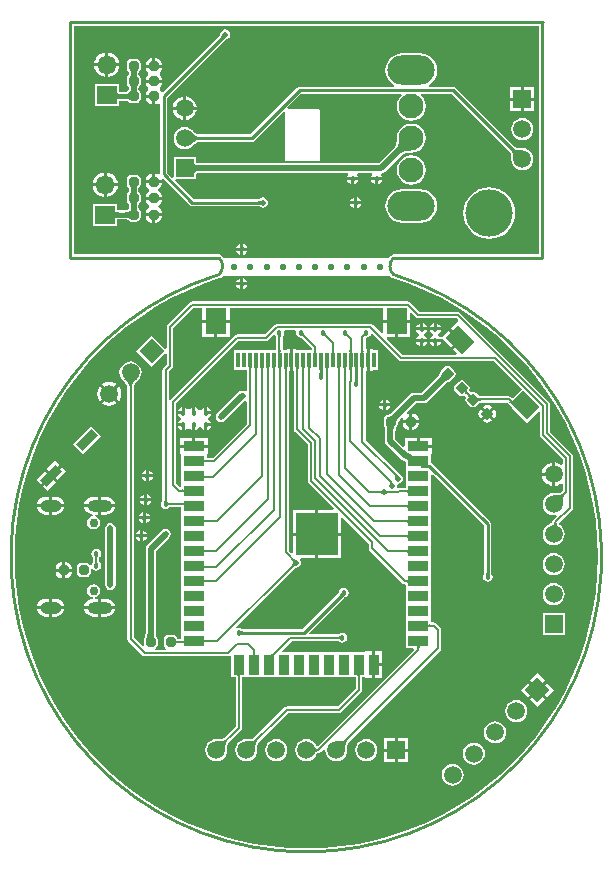
<source format=gbl>
G04*
G04 #@! TF.GenerationSoftware,Altium Limited,Altium Designer,20.0.1 (14)*
G04*
G04 Layer_Physical_Order=2*
G04 Layer_Color=16711680*
%FSLAX25Y25*%
%MOIN*%
G70*
G01*
G75*
%ADD15C,0.01000*%
G04:AMPARAMS|DCode=17|XSize=31.5mil|YSize=32.01mil|CornerRadius=7.87mil|HoleSize=0mil|Usage=FLASHONLY|Rotation=0.000|XOffset=0mil|YOffset=0mil|HoleType=Round|Shape=RoundedRectangle|*
%AMROUNDEDRECTD17*
21,1,0.03150,0.01626,0,0,0.0*
21,1,0.01575,0.03201,0,0,0.0*
1,1,0.01575,0.00787,-0.00813*
1,1,0.01575,-0.00787,-0.00813*
1,1,0.01575,-0.00787,0.00813*
1,1,0.01575,0.00787,0.00813*
%
%ADD17ROUNDEDRECTD17*%
%ADD34C,0.02953*%
%ADD38C,0.05906*%
%ADD41C,0.15748*%
%ADD42C,0.02200*%
%ADD43C,0.02000*%
%ADD44C,0.00700*%
%ADD45R,0.05906X0.05906*%
%ADD46P,0.08352X4X270.0*%
%ADD47O,0.08268X0.03937*%
%ADD48O,0.07087X0.03937*%
%ADD49C,0.08268*%
%ADD50O,0.15748X0.09843*%
%ADD51O,0.06500X0.06000*%
%ADD52R,0.06500X0.06000*%
%ADD53P,0.08352X4X180.0*%
%ADD54R,0.05906X0.05906*%
%ADD55C,0.01800*%
%ADD56C,0.02000*%
G04:AMPARAMS|DCode=57|XSize=70.87mil|YSize=31.5mil|CornerRadius=0mil|HoleSize=0mil|Usage=FLASHONLY|Rotation=225.000|XOffset=0mil|YOffset=0mil|HoleType=Round|Shape=Rectangle|*
%AMROTATEDRECTD57*
4,1,4,0.01392,0.03619,0.03619,0.01392,-0.01392,-0.03619,-0.03619,-0.01392,0.01392,0.03619,0.0*
%
%ADD57ROTATEDRECTD57*%

G04:AMPARAMS|DCode=58|XSize=31.5mil|YSize=32.01mil|CornerRadius=7.87mil|HoleSize=0mil|Usage=FLASHONLY|Rotation=135.000|XOffset=0mil|YOffset=0mil|HoleType=Round|Shape=RoundedRectangle|*
%AMROUNDEDRECTD58*
21,1,0.03150,0.01626,0,0,135.0*
21,1,0.01575,0.03201,0,0,135.0*
1,1,0.01575,0.00018,0.01132*
1,1,0.01575,0.01132,0.00018*
1,1,0.01575,-0.00018,-0.01132*
1,1,0.01575,-0.01132,-0.00018*
%
%ADD58ROUNDEDRECTD58*%
G04:AMPARAMS|DCode=59|XSize=78.74mil|YSize=59.06mil|CornerRadius=0mil|HoleSize=0mil|Usage=FLASHONLY|Rotation=135.000|XOffset=0mil|YOffset=0mil|HoleType=Round|Shape=Rectangle|*
%AMROTATEDRECTD59*
4,1,4,0.04872,-0.00696,0.00696,-0.04872,-0.04872,0.00696,-0.00696,0.04872,0.04872,-0.00696,0.0*
%
%ADD59ROTATEDRECTD59*%

%ADD60R,0.07087X0.08661*%
%ADD61R,0.01181X0.05118*%
%ADD62R,0.14173X0.14173*%
%ADD63R,0.07087X0.03543*%
%ADD64R,0.03543X0.07087*%
%ADD65C,0.01500*%
G36*
X77535Y100724D02*
X29000D01*
X28532Y100630D01*
X28135Y100365D01*
X27270Y99500D01*
X-27270D01*
X-28135Y100365D01*
X-28532Y100630D01*
X-29000Y100724D01*
X-77518D01*
Y177017D01*
X77535D01*
Y100724D01*
D02*
G37*
G36*
X28151Y93186D02*
X28547Y92921D01*
X28658Y92891D01*
X28658Y92891D01*
X28923Y92817D01*
X34475Y90902D01*
X39900Y88655D01*
X45180Y86084D01*
X50295Y83199D01*
X55227Y80010D01*
X59957Y76530D01*
X64468Y72770D01*
X68745Y68745D01*
X72770Y64468D01*
X76530Y59957D01*
X80010Y55227D01*
X83199Y50295D01*
X86084Y45180D01*
X88655Y39900D01*
X90902Y34475D01*
X92817Y28923D01*
X94394Y23266D01*
X95627Y17524D01*
X96511Y11718D01*
X97042Y5870D01*
X97220Y0D01*
X97042Y-5870D01*
X96511Y-11718D01*
X95627Y-17524D01*
X94394Y-23266D01*
X92817Y-28923D01*
X90902Y-34475D01*
X88655Y-39900D01*
X86084Y-45180D01*
X83199Y-50295D01*
X80010Y-55227D01*
X76530Y-59957D01*
X72770Y-64468D01*
X68745Y-68745D01*
X64468Y-72770D01*
X59957Y-76530D01*
X55227Y-80010D01*
X50295Y-83199D01*
X45180Y-86084D01*
X39900Y-88655D01*
X34475Y-90902D01*
X28923Y-92817D01*
X23266Y-94394D01*
X17524Y-95627D01*
X11718Y-96511D01*
X5870Y-97042D01*
X0Y-97220D01*
X-5870Y-97042D01*
X-11718Y-96511D01*
X-17524Y-95627D01*
X-23266Y-94394D01*
X-28923Y-92817D01*
X-34475Y-90902D01*
X-39900Y-88655D01*
X-45180Y-86084D01*
X-50295Y-83199D01*
X-55227Y-80010D01*
X-59957Y-76530D01*
X-64468Y-72770D01*
X-68745Y-68745D01*
X-72770Y-64468D01*
X-76530Y-59957D01*
X-80010Y-55227D01*
X-83199Y-50295D01*
X-86084Y-45180D01*
X-88655Y-39900D01*
X-90902Y-34475D01*
X-92817Y-28923D01*
X-94394Y-23266D01*
X-95627Y-17524D01*
X-96511Y-11718D01*
X-97042Y-5870D01*
X-97220Y0D01*
X-97042Y5870D01*
X-96511Y11718D01*
X-95627Y17524D01*
X-94394Y23266D01*
X-92817Y28923D01*
X-90902Y34475D01*
X-88655Y39900D01*
X-86084Y45180D01*
X-83199Y50295D01*
X-80010Y55227D01*
X-76530Y59957D01*
X-72770Y64468D01*
X-68745Y68745D01*
X-64468Y72770D01*
X-59957Y76530D01*
X-55227Y80010D01*
X-50295Y83199D01*
X-45180Y86084D01*
X-39900Y88655D01*
X-34475Y90902D01*
X-29136Y92744D01*
X-28658Y92891D01*
X-28547Y92921D01*
X-28151Y93186D01*
X-27836Y93500D01*
X27836D01*
X28151Y93186D01*
D02*
G37*
%LPC*%
G36*
X-66000Y168012D02*
Y164510D01*
X-62281D01*
X-62353Y165054D01*
X-62756Y166027D01*
X-63397Y166863D01*
X-64233Y167504D01*
X-65206Y167907D01*
X-66000Y168012D01*
D02*
G37*
G36*
X-67000D02*
X-67794Y167907D01*
X-68767Y167504D01*
X-69603Y166863D01*
X-70244Y166027D01*
X-70647Y165054D01*
X-70719Y164510D01*
X-67000D01*
Y168012D01*
D02*
G37*
G36*
X-50020Y166135D02*
X-50307D01*
Y164000D01*
X-48197D01*
Y164313D01*
X-48336Y165010D01*
X-48731Y165602D01*
X-49322Y165997D01*
X-50020Y166135D01*
D02*
G37*
G36*
X-51307D02*
X-51595D01*
X-52292Y165997D01*
X-52883Y165602D01*
X-53278Y165010D01*
X-53417Y164313D01*
Y164000D01*
X-51307D01*
Y166135D01*
D02*
G37*
G36*
X-62281Y163510D02*
X-66000D01*
Y160009D01*
X-65206Y160113D01*
X-64233Y160516D01*
X-63397Y161157D01*
X-62756Y161993D01*
X-62353Y162966D01*
X-62281Y163510D01*
D02*
G37*
G36*
X-67000D02*
X-70719D01*
X-70647Y162966D01*
X-70244Y161993D01*
X-69603Y161157D01*
X-68767Y160516D01*
X-67794Y160113D01*
X-67000Y160009D01*
Y163510D01*
D02*
G37*
G36*
X-48197Y163000D02*
X-50807D01*
X-53417D01*
Y162687D01*
X-53278Y161990D01*
X-52883Y161398D01*
X-52737Y161301D01*
Y160699D01*
X-52883Y160602D01*
X-53278Y160010D01*
X-53417Y159313D01*
Y159000D01*
X-50807D01*
X-48197D01*
Y159313D01*
X-48336Y160010D01*
X-48731Y160602D01*
X-48877Y160699D01*
Y161301D01*
X-48731Y161398D01*
X-48336Y161990D01*
X-48197Y162687D01*
Y163000D01*
D02*
G37*
G36*
X-56713Y165830D02*
X-58287D01*
X-58868Y165714D01*
X-59360Y165385D01*
X-59689Y164893D01*
X-59804Y164313D01*
Y162687D01*
X-59689Y162107D01*
X-59360Y161615D01*
X-59283Y161564D01*
X-59216Y161511D01*
X-59186Y161478D01*
X-59151Y161429D01*
X-59113Y161358D01*
X-59074Y161262D01*
X-59038Y161140D01*
X-59010Y161003D01*
X-59009Y160999D01*
X-59038Y160860D01*
X-59074Y160738D01*
X-59113Y160642D01*
X-59151Y160571D01*
X-59186Y160522D01*
X-59216Y160489D01*
X-59283Y160436D01*
X-59360Y160385D01*
X-59689Y159893D01*
X-59804Y159313D01*
Y157687D01*
X-59689Y157107D01*
X-59360Y156615D01*
X-59283Y156563D01*
X-59216Y156511D01*
X-59186Y156478D01*
X-59151Y156429D01*
X-59113Y156358D01*
X-59074Y156262D01*
X-59038Y156140D01*
X-59010Y156002D01*
X-59009Y155999D01*
X-59038Y155860D01*
X-59074Y155738D01*
X-59113Y155642D01*
X-59151Y155571D01*
X-59186Y155522D01*
X-59216Y155489D01*
X-59283Y155437D01*
X-59360Y155385D01*
X-59411Y155309D01*
X-59470Y155233D01*
X-59508Y155196D01*
X-59561Y155158D01*
X-59634Y155118D01*
X-59730Y155078D01*
X-59850Y155041D01*
X-59996Y155009D01*
X-60166Y154985D01*
X-60245Y154978D01*
X-62100D01*
X-62217Y154989D01*
X-62383Y155016D01*
X-62502Y155048D01*
X-62550Y155067D01*
Y157700D01*
X-70450D01*
Y150300D01*
X-62550D01*
Y151933D01*
X-62502Y151952D01*
X-62383Y151984D01*
X-62217Y152011D01*
X-62100Y152022D01*
X-60245D01*
X-60166Y152015D01*
X-59996Y151991D01*
X-59850Y151960D01*
X-59730Y151923D01*
X-59634Y151882D01*
X-59561Y151842D01*
X-59508Y151804D01*
X-59470Y151767D01*
X-59411Y151691D01*
X-59360Y151615D01*
X-58868Y151286D01*
X-58287Y151171D01*
X-56713D01*
X-56132Y151286D01*
X-55640Y151615D01*
X-55312Y152107D01*
X-55196Y152687D01*
Y154313D01*
X-55312Y154893D01*
X-55640Y155385D01*
X-55717Y155437D01*
X-55784Y155489D01*
X-55814Y155522D01*
X-55849Y155571D01*
X-55887Y155642D01*
X-55926Y155738D01*
X-55962Y155860D01*
X-55990Y155998D01*
X-55990Y156001D01*
X-55962Y156140D01*
X-55926Y156262D01*
X-55887Y156358D01*
X-55849Y156429D01*
X-55814Y156478D01*
X-55784Y156511D01*
X-55717Y156563D01*
X-55640Y156615D01*
X-55312Y157107D01*
X-55196Y157687D01*
Y159313D01*
X-55312Y159893D01*
X-55640Y160385D01*
X-55717Y160436D01*
X-55784Y160489D01*
X-55814Y160522D01*
X-55849Y160571D01*
X-55887Y160642D01*
X-55926Y160738D01*
X-55962Y160860D01*
X-55990Y160997D01*
X-55990Y161001D01*
X-55962Y161140D01*
X-55926Y161262D01*
X-55887Y161358D01*
X-55849Y161429D01*
X-55814Y161478D01*
X-55784Y161511D01*
X-55717Y161564D01*
X-55640Y161615D01*
X-55312Y162107D01*
X-55196Y162687D01*
Y164313D01*
X-55312Y164893D01*
X-55640Y165385D01*
X-56132Y165714D01*
X-56713Y165830D01*
D02*
G37*
G36*
X-27000Y175733D02*
X-27663Y175601D01*
X-28226Y175226D01*
X-28601Y174663D01*
X-28731Y174013D01*
X-28732Y174012D01*
X-28753Y173982D01*
X-28780Y173950D01*
X-47863Y154867D01*
X-48156Y154956D01*
X-48372Y155065D01*
X-48731Y155602D01*
X-48877Y155699D01*
Y156301D01*
X-48731Y156398D01*
X-48336Y156990D01*
X-48197Y157687D01*
Y158000D01*
X-50807D01*
X-53417D01*
Y157687D01*
X-53278Y156990D01*
X-52883Y156398D01*
X-52737Y156301D01*
Y155699D01*
X-52883Y155602D01*
X-53278Y155010D01*
X-53417Y154313D01*
Y154000D01*
X-50807D01*
Y153500D01*
X-50307D01*
Y150865D01*
X-50020D01*
X-49322Y151003D01*
X-49224Y151069D01*
X-48724Y150802D01*
Y127708D01*
X-49158Y127438D01*
X-49208Y127431D01*
X-49322Y127507D01*
X-50020Y127646D01*
X-50307D01*
Y125510D01*
X-48197D01*
Y125760D01*
X-48048Y125875D01*
X-47721Y125990D01*
X-38865Y117135D01*
X-38468Y116870D01*
X-38000Y116777D01*
X-15779D01*
X-15760Y116774D01*
X-15716Y116767D01*
X-15714Y116767D01*
X-15163Y116399D01*
X-14500Y116267D01*
X-13837Y116399D01*
X-13274Y116774D01*
X-12899Y117337D01*
X-12767Y118000D01*
X-12899Y118663D01*
X-13274Y119226D01*
X-13837Y119601D01*
X-14500Y119733D01*
X-15163Y119601D01*
X-15714Y119233D01*
X-15716Y119233D01*
X-15752Y119227D01*
X-15793Y119223D01*
X-37493D01*
X-43655Y125385D01*
X-43464Y125847D01*
X-36847D01*
Y127538D01*
X-36844Y127543D01*
X-36818Y127567D01*
X-36746Y127610D01*
X-36619Y127662D01*
X-36434Y127712D01*
X-36194Y127751D01*
X-36020Y127767D01*
X13893D01*
X14061Y127267D01*
X13710Y126741D01*
X13662Y126500D01*
X17338D01*
X17290Y126741D01*
X16939Y127267D01*
X17107Y127767D01*
X21893D01*
X22061Y127267D01*
X21710Y126741D01*
X21662Y126500D01*
X25338D01*
X25290Y126741D01*
X24939Y127267D01*
X24963Y127463D01*
X25014Y127600D01*
X25135Y127794D01*
X25663Y127899D01*
X26226Y128274D01*
X31836Y133885D01*
X32037Y134028D01*
X32286Y134170D01*
X32567Y134296D01*
X32880Y134405D01*
X33227Y134496D01*
X33597Y134565D01*
X34480Y134646D01*
X34802Y134651D01*
X35000Y134624D01*
X36262Y134791D01*
X37438Y135278D01*
X38448Y136052D01*
X39222Y137062D01*
X39709Y138238D01*
X39876Y139500D01*
X39709Y140762D01*
X39222Y141938D01*
X38448Y142948D01*
X37438Y143722D01*
X36262Y144209D01*
X35000Y144376D01*
X33738Y144209D01*
X32562Y143722D01*
X31552Y142948D01*
X30778Y141938D01*
X30291Y140762D01*
X30124Y139500D01*
X30150Y139302D01*
X30146Y138971D01*
X30117Y138522D01*
X30067Y138108D01*
X29996Y137727D01*
X29905Y137380D01*
X29796Y137067D01*
X29670Y136786D01*
X29528Y136537D01*
X29385Y136336D01*
X24282Y131233D01*
X-36020D01*
X-36194Y131249D01*
X-36434Y131288D01*
X-36619Y131338D01*
X-36747Y131390D01*
X-36818Y131433D01*
X-36844Y131457D01*
X-36847Y131462D01*
Y133153D01*
X-44153D01*
Y126536D01*
X-44615Y126345D01*
X-46277Y128007D01*
Y152993D01*
X-27040Y172230D01*
X-27025Y172242D01*
X-26988Y172268D01*
X-26987Y172269D01*
X-26337Y172399D01*
X-25774Y172774D01*
X-25399Y173337D01*
X-25267Y174000D01*
X-25399Y174663D01*
X-25774Y175226D01*
X-26337Y175601D01*
X-27000Y175733D01*
D02*
G37*
G36*
X75953Y156453D02*
X72500D01*
Y153000D01*
X75953D01*
Y156453D01*
D02*
G37*
G36*
X71500D02*
X68047D01*
Y153000D01*
X71500D01*
Y156453D01*
D02*
G37*
G36*
X-51307Y153000D02*
X-53417D01*
Y152687D01*
X-53278Y151990D01*
X-52883Y151398D01*
X-52292Y151003D01*
X-51595Y150865D01*
X-51307D01*
Y153000D01*
D02*
G37*
G36*
X-40000Y153421D02*
Y150000D01*
X-36579D01*
X-36649Y150532D01*
X-37047Y151493D01*
X-37681Y152319D01*
X-38507Y152953D01*
X-39468Y153351D01*
X-40000Y153421D01*
D02*
G37*
G36*
X-41000D02*
X-41532Y153351D01*
X-42493Y152953D01*
X-43319Y152319D01*
X-43953Y151493D01*
X-44351Y150532D01*
X-44421Y150000D01*
X-41000D01*
Y153421D01*
D02*
G37*
G36*
X75953Y152000D02*
X72500D01*
Y148547D01*
X75953D01*
Y152000D01*
D02*
G37*
G36*
X71500D02*
X68047D01*
Y148547D01*
X71500D01*
Y152000D01*
D02*
G37*
G36*
X-36579Y149000D02*
X-40000D01*
Y145579D01*
X-39468Y145649D01*
X-38507Y146047D01*
X-37681Y146681D01*
X-37047Y147507D01*
X-36649Y148468D01*
X-36579Y149000D01*
D02*
G37*
G36*
X-41000D02*
X-44421D01*
X-44351Y148468D01*
X-43953Y147507D01*
X-43319Y146681D01*
X-42493Y146047D01*
X-41532Y145649D01*
X-41000Y145579D01*
Y149000D01*
D02*
G37*
G36*
X72000Y146184D02*
X71046Y146059D01*
X70158Y145691D01*
X69395Y145105D01*
X68809Y144342D01*
X68441Y143454D01*
X68316Y142500D01*
X68441Y141546D01*
X68809Y140658D01*
X69395Y139895D01*
X70158Y139309D01*
X71046Y138941D01*
X72000Y138816D01*
X72954Y138941D01*
X73842Y139309D01*
X74605Y139895D01*
X75191Y140658D01*
X75559Y141546D01*
X75684Y142500D01*
X75559Y143454D01*
X75191Y144342D01*
X74605Y145105D01*
X73842Y145691D01*
X72954Y146059D01*
X72000Y146184D01*
D02*
G37*
G36*
X37953Y167768D02*
X32047D01*
X30580Y167575D01*
X29212Y167009D01*
X28038Y166108D01*
X27137Y164933D01*
X26571Y163566D01*
X26377Y162098D01*
X26571Y160631D01*
X27137Y159264D01*
X28038Y158089D01*
X29212Y157188D01*
X29238Y157178D01*
X29140Y156687D01*
X-2233D01*
X-2702Y156594D01*
X-3098Y156329D01*
X-18704Y140724D01*
X-35925D01*
X-35930Y140724D01*
X-36065Y140752D01*
X-36224Y140806D01*
X-36406Y140889D01*
X-36610Y141002D01*
X-36832Y141149D01*
X-37066Y141323D01*
X-37604Y141793D01*
X-37815Y142001D01*
X-37895Y142105D01*
X-38658Y142691D01*
X-39546Y143059D01*
X-40500Y143184D01*
X-41454Y143059D01*
X-42342Y142691D01*
X-43105Y142105D01*
X-43691Y141342D01*
X-44059Y140454D01*
X-44184Y139500D01*
X-44059Y138546D01*
X-43691Y137658D01*
X-43105Y136895D01*
X-42342Y136309D01*
X-41454Y135941D01*
X-40500Y135816D01*
X-39546Y135941D01*
X-38658Y136309D01*
X-37895Y136895D01*
X-37815Y136999D01*
X-37604Y137207D01*
X-37066Y137677D01*
X-36832Y137851D01*
X-36610Y137998D01*
X-36406Y138111D01*
X-36224Y138194D01*
X-36065Y138248D01*
X-35930Y138276D01*
X-35925Y138277D01*
X-18197D01*
X-17729Y138370D01*
X-17332Y138635D01*
X-7714Y148253D01*
X-7214Y148046D01*
Y132500D01*
X-7159Y132227D01*
X-7005Y131995D01*
X-6773Y131841D01*
X-6500Y131786D01*
X4000D01*
X4273Y131841D01*
X4505Y131995D01*
X4659Y132227D01*
X4714Y132500D01*
Y148500D01*
X4659Y148773D01*
X4505Y149005D01*
X4273Y149159D01*
X4000Y149214D01*
X-6046D01*
X-6253Y149714D01*
X-1726Y154240D01*
X31639D01*
X31799Y153767D01*
X31552Y153577D01*
X30778Y152568D01*
X30291Y151392D01*
X30124Y150130D01*
X30291Y148868D01*
X30778Y147692D01*
X31552Y146682D01*
X32562Y145907D01*
X33738Y145421D01*
X35000Y145254D01*
X36262Y145421D01*
X37438Y145907D01*
X38448Y146682D01*
X39222Y147692D01*
X39709Y148868D01*
X39876Y150130D01*
X39709Y151392D01*
X39222Y152568D01*
X38448Y153577D01*
X38201Y153767D01*
X38361Y154240D01*
X48529D01*
X67900Y134870D01*
X67903Y134866D01*
X67978Y134751D01*
X68053Y134600D01*
X68123Y134413D01*
X68187Y134189D01*
X68241Y133928D01*
X68282Y133639D01*
X68331Y132927D01*
X68333Y132631D01*
X68316Y132500D01*
X68441Y131546D01*
X68809Y130658D01*
X69395Y129895D01*
X70158Y129309D01*
X71046Y128941D01*
X72000Y128816D01*
X72954Y128941D01*
X73842Y129309D01*
X74605Y129895D01*
X75191Y130658D01*
X75559Y131546D01*
X75684Y132500D01*
X75559Y133454D01*
X75191Y134342D01*
X74605Y135105D01*
X73842Y135691D01*
X72954Y136059D01*
X72000Y136184D01*
X71869Y136167D01*
X71573Y136169D01*
X70861Y136218D01*
X70572Y136259D01*
X70311Y136313D01*
X70087Y136377D01*
X69899Y136447D01*
X69749Y136522D01*
X69634Y136597D01*
X69630Y136600D01*
X49901Y156329D01*
X49504Y156594D01*
X49036Y156687D01*
X40860D01*
X40762Y157178D01*
X40788Y157188D01*
X41962Y158089D01*
X42863Y159264D01*
X43429Y160631D01*
X43622Y162098D01*
X43429Y163566D01*
X42863Y164933D01*
X41962Y166108D01*
X40788Y167009D01*
X39420Y167575D01*
X37953Y167768D01*
D02*
G37*
G36*
X-51307Y127646D02*
X-51595D01*
X-52292Y127507D01*
X-52883Y127112D01*
X-53278Y126521D01*
X-53417Y125823D01*
Y125510D01*
X-51307D01*
Y127646D01*
D02*
G37*
G36*
X-66500Y128012D02*
Y124510D01*
X-62781D01*
X-62853Y125054D01*
X-63256Y126027D01*
X-63897Y126863D01*
X-64733Y127504D01*
X-65706Y127907D01*
X-66500Y128012D01*
D02*
G37*
G36*
X-67500D02*
X-68294Y127907D01*
X-69267Y127504D01*
X-70103Y126863D01*
X-70744Y126027D01*
X-71147Y125054D01*
X-71219Y124510D01*
X-67500D01*
Y128012D01*
D02*
G37*
G36*
X25338Y125500D02*
X24000D01*
Y124162D01*
X24241Y124210D01*
X24870Y124630D01*
X25290Y125259D01*
X25338Y125500D01*
D02*
G37*
G36*
X23000D02*
X21662D01*
X21710Y125259D01*
X22130Y124630D01*
X22759Y124210D01*
X23000Y124162D01*
Y125500D01*
D02*
G37*
G36*
X17338D02*
X16000D01*
Y124162D01*
X16241Y124210D01*
X16870Y124630D01*
X17290Y125259D01*
X17338Y125500D01*
D02*
G37*
G36*
X15000D02*
X13662D01*
X13710Y125259D01*
X14130Y124630D01*
X14759Y124210D01*
X15000Y124162D01*
Y125500D01*
D02*
G37*
G36*
X35000Y133746D02*
X33738Y133580D01*
X32562Y133092D01*
X31552Y132318D01*
X30778Y131308D01*
X30291Y130132D01*
X30124Y128870D01*
X30291Y127608D01*
X30778Y126432D01*
X31552Y125423D01*
X32562Y124648D01*
X33738Y124161D01*
X35000Y123995D01*
X36262Y124161D01*
X37438Y124648D01*
X38448Y125423D01*
X39222Y126432D01*
X39709Y127608D01*
X39876Y128870D01*
X39709Y130132D01*
X39222Y131308D01*
X38448Y132318D01*
X37438Y133092D01*
X36262Y133580D01*
X35000Y133746D01*
D02*
G37*
G36*
X-48197Y124510D02*
X-50807D01*
X-53417D01*
Y124197D01*
X-53278Y123500D01*
X-52883Y122908D01*
X-52296Y122516D01*
X-52292Y122496D01*
X-52292Y122024D01*
X-52296Y122004D01*
X-52883Y121612D01*
X-53278Y121020D01*
X-53417Y120323D01*
Y120010D01*
X-50807D01*
X-48197D01*
Y120323D01*
X-48336Y121020D01*
X-48731Y121612D01*
X-49319Y122004D01*
X-49322Y122024D01*
X-49322Y122497D01*
X-49319Y122516D01*
X-48731Y122908D01*
X-48336Y123500D01*
X-48197Y124197D01*
Y124510D01*
D02*
G37*
G36*
X-62781Y123510D02*
X-66500D01*
Y120009D01*
X-65706Y120113D01*
X-64733Y120516D01*
X-63897Y121157D01*
X-63256Y121993D01*
X-62853Y122966D01*
X-62781Y123510D01*
D02*
G37*
G36*
X-67500D02*
X-71219D01*
X-71147Y122966D01*
X-70744Y121993D01*
X-70103Y121157D01*
X-69267Y120516D01*
X-68294Y120113D01*
X-67500Y120009D01*
Y123510D01*
D02*
G37*
G36*
X17000Y119838D02*
Y118500D01*
X18338D01*
X18290Y118741D01*
X17870Y119370D01*
X17241Y119790D01*
X17000Y119838D01*
D02*
G37*
G36*
X16000D02*
X15759Y119790D01*
X15130Y119370D01*
X14710Y118741D01*
X14662Y118500D01*
X16000D01*
Y119838D01*
D02*
G37*
G36*
X18338Y117500D02*
X17000D01*
Y116162D01*
X17241Y116210D01*
X17870Y116630D01*
X18290Y117259D01*
X18338Y117500D01*
D02*
G37*
G36*
X16000D02*
X14662D01*
X14710Y117259D01*
X15130Y116630D01*
X15759Y116210D01*
X16000Y116162D01*
Y117500D01*
D02*
G37*
G36*
X-56713Y127340D02*
X-58287D01*
X-58868Y127224D01*
X-59360Y126895D01*
X-59689Y126403D01*
X-59804Y125823D01*
Y124197D01*
X-59689Y123617D01*
X-59360Y123125D01*
X-59283Y123073D01*
X-59216Y123021D01*
X-59185Y122988D01*
X-59151Y122939D01*
X-59113Y122868D01*
X-59074Y122772D01*
X-59038Y122650D01*
X-59010Y122512D01*
X-58981Y122234D01*
X-58984Y122193D01*
X-59008Y122019D01*
X-59038Y121870D01*
X-59074Y121748D01*
X-59113Y121652D01*
X-59151Y121581D01*
X-59186Y121532D01*
X-59216Y121499D01*
X-59283Y121447D01*
X-59360Y121395D01*
X-59689Y120903D01*
X-59804Y120323D01*
Y118697D01*
X-59689Y118117D01*
X-59360Y117625D01*
X-59283Y117574D01*
X-59216Y117521D01*
X-59186Y117488D01*
X-59151Y117439D01*
X-59113Y117368D01*
X-59074Y117272D01*
X-59038Y117150D01*
X-59010Y117012D01*
X-58981Y116734D01*
X-58984Y116693D01*
X-59008Y116518D01*
X-59038Y116370D01*
X-59074Y116248D01*
X-59113Y116152D01*
X-59151Y116081D01*
X-59186Y116032D01*
X-59216Y115999D01*
X-59283Y115947D01*
X-59360Y115895D01*
X-59411Y115819D01*
X-59470Y115743D01*
X-59508Y115707D01*
X-59561Y115668D01*
X-59634Y115628D01*
X-59730Y115588D01*
X-59850Y115551D01*
X-59996Y115519D01*
X-60166Y115495D01*
X-60245Y115489D01*
X-62600D01*
X-62717Y115499D01*
X-62883Y115526D01*
X-63003Y115558D01*
X-63050Y115577D01*
Y117700D01*
X-70950D01*
Y110300D01*
X-63050D01*
Y112443D01*
X-63003Y112462D01*
X-62883Y112494D01*
X-62717Y112522D01*
X-62600Y112532D01*
X-60245D01*
X-60166Y112525D01*
X-59996Y112501D01*
X-59850Y112469D01*
X-59730Y112433D01*
X-59634Y112392D01*
X-59561Y112352D01*
X-59508Y112314D01*
X-59470Y112277D01*
X-59411Y112201D01*
X-59360Y112125D01*
X-58868Y111796D01*
X-58287Y111680D01*
X-56713D01*
X-56132Y111796D01*
X-55640Y112125D01*
X-55312Y112617D01*
X-55196Y113197D01*
Y114823D01*
X-55312Y115403D01*
X-55640Y115895D01*
X-55717Y115947D01*
X-55784Y115999D01*
X-55814Y116032D01*
X-55849Y116081D01*
X-55887Y116152D01*
X-55926Y116248D01*
X-55962Y116370D01*
X-55990Y116508D01*
X-56019Y116786D01*
X-56016Y116828D01*
X-55992Y117002D01*
X-55962Y117150D01*
X-55926Y117272D01*
X-55887Y117368D01*
X-55849Y117439D01*
X-55814Y117488D01*
X-55784Y117521D01*
X-55717Y117573D01*
X-55640Y117625D01*
X-55312Y118117D01*
X-55196Y118697D01*
Y120323D01*
X-55312Y120903D01*
X-55640Y121395D01*
X-55717Y121447D01*
X-55784Y121499D01*
X-55814Y121532D01*
X-55849Y121581D01*
X-55887Y121652D01*
X-55926Y121748D01*
X-55962Y121870D01*
X-55990Y122008D01*
X-56019Y122286D01*
X-56016Y122327D01*
X-55992Y122502D01*
X-55962Y122650D01*
X-55926Y122772D01*
X-55887Y122868D01*
X-55849Y122939D01*
X-55814Y122988D01*
X-55784Y123021D01*
X-55717Y123073D01*
X-55640Y123125D01*
X-55312Y123617D01*
X-55196Y124197D01*
Y125823D01*
X-55312Y126403D01*
X-55640Y126895D01*
X-56132Y127224D01*
X-56713Y127340D01*
D02*
G37*
G36*
X-48197Y119010D02*
X-50807D01*
X-53417D01*
Y118697D01*
X-53278Y118000D01*
X-52883Y117408D01*
X-52296Y117016D01*
X-52292Y116997D01*
X-52292Y116524D01*
X-52296Y116504D01*
X-52883Y116112D01*
X-53278Y115521D01*
X-53417Y114823D01*
Y114510D01*
X-50807D01*
X-48197D01*
Y114823D01*
X-48336Y115521D01*
X-48731Y116112D01*
X-49319Y116504D01*
X-49322Y116524D01*
X-49322Y116997D01*
X-49319Y117016D01*
X-48731Y117408D01*
X-48336Y118000D01*
X-48197Y118697D01*
Y119010D01*
D02*
G37*
G36*
X-48197Y113510D02*
X-50307D01*
Y111375D01*
X-50020D01*
X-49322Y111513D01*
X-48731Y111908D01*
X-48336Y112500D01*
X-48197Y113197D01*
Y113510D01*
D02*
G37*
G36*
X-51307D02*
X-53417D01*
Y113197D01*
X-53278Y112500D01*
X-52883Y111908D01*
X-52292Y111513D01*
X-51595Y111375D01*
X-51307D01*
Y113510D01*
D02*
G37*
G36*
X37953Y122571D02*
X32047D01*
X30580Y122378D01*
X29212Y121812D01*
X28038Y120911D01*
X27137Y119736D01*
X26571Y118369D01*
X26377Y116902D01*
X26571Y115434D01*
X27137Y114067D01*
X28038Y112892D01*
X29212Y111991D01*
X30580Y111425D01*
X32047Y111232D01*
X37953D01*
X39420Y111425D01*
X40788Y111991D01*
X41962Y112892D01*
X42863Y114067D01*
X43429Y115434D01*
X43622Y116902D01*
X43429Y118369D01*
X42863Y119736D01*
X41962Y120911D01*
X40788Y121812D01*
X39420Y122378D01*
X37953Y122571D01*
D02*
G37*
G36*
X61000Y123116D02*
X59319Y122950D01*
X57703Y122460D01*
X56213Y121663D01*
X54908Y120592D01*
X53837Y119287D01*
X53040Y117797D01*
X52550Y116181D01*
X52385Y114500D01*
X52550Y112819D01*
X53040Y111203D01*
X53837Y109713D01*
X54908Y108408D01*
X56213Y107336D01*
X57703Y106540D01*
X59319Y106050D01*
X61000Y105885D01*
X62681Y106050D01*
X64297Y106540D01*
X65786Y107336D01*
X67092Y108408D01*
X68164Y109713D01*
X68960Y111203D01*
X69450Y112819D01*
X69616Y114500D01*
X69450Y116181D01*
X68960Y117797D01*
X68164Y119287D01*
X67092Y120592D01*
X65786Y121663D01*
X64297Y122460D01*
X62681Y122950D01*
X61000Y123116D01*
D02*
G37*
G36*
X-21000Y104338D02*
Y103000D01*
X-19662D01*
X-19710Y103241D01*
X-20130Y103870D01*
X-20759Y104290D01*
X-21000Y104338D01*
D02*
G37*
G36*
X-22000D02*
X-22241Y104290D01*
X-22870Y103870D01*
X-23290Y103241D01*
X-23338Y103000D01*
X-22000D01*
Y104338D01*
D02*
G37*
G36*
X-19662Y102000D02*
X-21000D01*
Y100662D01*
X-20759Y100710D01*
X-20130Y101130D01*
X-19710Y101759D01*
X-19662Y102000D01*
D02*
G37*
G36*
X-22000D02*
X-23338D01*
X-23290Y101759D01*
X-22870Y101130D01*
X-22241Y100710D01*
X-22000Y100662D01*
Y102000D01*
D02*
G37*
%LPD*%
G36*
X-56267Y162039D02*
X-56368Y161931D01*
X-56458Y161805D01*
X-56535Y161660D01*
X-56601Y161496D01*
X-56655Y161313D01*
X-56696Y161112D01*
X-56709Y161015D01*
X-56696Y160888D01*
X-56655Y160687D01*
X-56601Y160504D01*
X-56535Y160340D01*
X-56458Y160195D01*
X-56368Y160069D01*
X-56267Y159961D01*
X-56154Y159872D01*
X-58846D01*
X-58733Y159961D01*
X-58632Y160069D01*
X-58542Y160195D01*
X-58465Y160340D01*
X-58399Y160504D01*
X-58345Y160687D01*
X-58304Y160888D01*
X-58290Y160985D01*
X-58304Y161112D01*
X-58345Y161313D01*
X-58399Y161496D01*
X-58465Y161660D01*
X-58542Y161805D01*
X-58632Y161931D01*
X-58733Y162039D01*
X-58846Y162128D01*
X-56154D01*
X-56267Y162039D01*
D02*
G37*
G36*
Y157039D02*
X-56368Y156931D01*
X-56458Y156805D01*
X-56535Y156660D01*
X-56601Y156496D01*
X-56655Y156313D01*
X-56696Y156112D01*
X-56709Y156015D01*
X-56696Y155888D01*
X-56655Y155687D01*
X-56601Y155504D01*
X-56535Y155340D01*
X-56458Y155195D01*
X-56368Y155069D01*
X-56267Y154961D01*
X-56154Y154872D01*
X-58846D01*
X-58733Y154961D01*
X-58632Y155069D01*
X-58542Y155195D01*
X-58465Y155340D01*
X-58399Y155504D01*
X-58345Y155687D01*
X-58304Y155888D01*
X-58290Y155985D01*
X-58304Y156112D01*
X-58345Y156313D01*
X-58399Y156496D01*
X-58465Y156660D01*
X-58542Y156805D01*
X-58632Y156931D01*
X-58733Y157039D01*
X-58846Y157128D01*
X-56154D01*
X-56267Y157039D01*
D02*
G37*
G36*
X-58846Y152128D02*
X-58939Y152246D01*
X-59049Y152352D01*
X-59177Y152445D01*
X-59323Y152526D01*
X-59487Y152594D01*
X-59669Y152650D01*
X-59869Y152694D01*
X-60088Y152725D01*
X-60324Y152744D01*
X-60578Y152750D01*
Y154250D01*
X-60324Y154256D01*
X-60088Y154275D01*
X-59869Y154306D01*
X-59669Y154350D01*
X-59487Y154405D01*
X-59323Y154474D01*
X-59177Y154555D01*
X-59049Y154648D01*
X-58939Y154754D01*
X-58846Y154872D01*
Y152128D01*
D02*
G37*
G36*
X-63259Y154858D02*
X-63213Y154730D01*
X-63138Y154618D01*
X-63032Y154520D01*
X-62896Y154437D01*
X-62730Y154370D01*
X-62533Y154317D01*
X-62306Y154280D01*
X-62049Y154258D01*
X-61762Y154250D01*
Y152750D01*
X-62049Y152743D01*
X-62306Y152720D01*
X-62533Y152682D01*
X-62730Y152630D01*
X-62896Y152562D01*
X-63032Y152480D01*
X-63138Y152383D01*
X-63213Y152270D01*
X-63259Y152143D01*
X-63274Y152000D01*
Y155000D01*
X-63259Y154858D01*
D02*
G37*
G36*
X-27010Y173000D02*
X-27067Y172997D01*
X-27127Y172985D01*
X-27188Y172966D01*
X-27252Y172939D01*
X-27318Y172904D01*
X-27387Y172861D01*
X-27457Y172810D01*
X-27530Y172751D01*
X-27683Y172610D01*
X-28390Y173317D01*
X-28315Y173394D01*
X-28190Y173543D01*
X-28139Y173613D01*
X-28096Y173682D01*
X-28061Y173748D01*
X-28034Y173812D01*
X-28015Y173873D01*
X-28003Y173933D01*
X-28000Y173990D01*
X-27010Y173000D01*
D02*
G37*
G36*
X34959Y135366D02*
X34443Y135360D01*
X33499Y135273D01*
X33071Y135193D01*
X32672Y135089D01*
X32303Y134960D01*
X31963Y134807D01*
X31651Y134630D01*
X31370Y134429D01*
X31117Y134203D01*
X29703Y135617D01*
X29929Y135870D01*
X30130Y136152D01*
X30307Y136463D01*
X30460Y136803D01*
X30589Y137172D01*
X30693Y137571D01*
X30773Y137999D01*
X30828Y138456D01*
X30860Y138943D01*
X30866Y139459D01*
X34959Y135366D01*
D02*
G37*
G36*
X-37551Y131310D02*
X-37491Y131140D01*
X-37390Y130990D01*
X-37249Y130860D01*
X-37068Y130750D01*
X-36847Y130660D01*
X-36585Y130590D01*
X-36284Y130540D01*
X-35941Y130510D01*
X-35559Y130500D01*
Y128500D01*
X-35941Y128490D01*
X-36284Y128460D01*
X-36585Y128410D01*
X-36847Y128340D01*
X-37068Y128250D01*
X-37249Y128140D01*
X-37390Y128010D01*
X-37491Y127860D01*
X-37551Y127690D01*
X-37571Y127500D01*
Y131500D01*
X-37551Y131310D01*
D02*
G37*
G36*
X-15214Y117300D02*
X-15257Y117338D01*
X-15307Y117372D01*
X-15364Y117402D01*
X-15428Y117428D01*
X-15500Y117450D01*
X-15579Y117468D01*
X-15665Y117482D01*
X-15758Y117492D01*
X-15966Y117500D01*
Y118500D01*
X-15858Y118502D01*
X-15665Y118518D01*
X-15579Y118532D01*
X-15500Y118550D01*
X-15428Y118572D01*
X-15364Y118598D01*
X-15307Y118628D01*
X-15257Y118662D01*
X-15214Y118700D01*
Y117300D01*
D02*
G37*
G36*
X-38089Y141269D02*
X-37515Y140768D01*
X-37242Y140564D01*
X-36980Y140392D01*
X-36728Y140251D01*
X-36485Y140141D01*
X-36253Y140063D01*
X-36031Y140016D01*
X-35818Y140000D01*
Y139000D01*
X-36031Y138984D01*
X-36253Y138937D01*
X-36485Y138859D01*
X-36728Y138749D01*
X-36980Y138608D01*
X-37242Y138436D01*
X-37515Y138232D01*
X-38089Y137731D01*
X-38391Y137433D01*
Y141567D01*
X-38089Y141269D01*
D02*
G37*
G36*
X69204Y136025D02*
X69395Y135901D01*
X69614Y135792D01*
X69863Y135698D01*
X70142Y135619D01*
X70449Y135556D01*
X70785Y135507D01*
X71546Y135456D01*
X71970Y135453D01*
X69047Y132529D01*
X69044Y132954D01*
X68993Y133714D01*
X68944Y134051D01*
X68880Y134358D01*
X68802Y134636D01*
X68708Y134886D01*
X68599Y135105D01*
X68475Y135296D01*
X68336Y135457D01*
X69043Y136164D01*
X69204Y136025D01*
D02*
G37*
G36*
X-56267Y123549D02*
X-56368Y123441D01*
X-56458Y123315D01*
X-56535Y123170D01*
X-56601Y123006D01*
X-56655Y122823D01*
X-56696Y122622D01*
X-56726Y122402D01*
X-56736Y122276D01*
X-56696Y121898D01*
X-56655Y121697D01*
X-56601Y121514D01*
X-56535Y121350D01*
X-56458Y121205D01*
X-56368Y121079D01*
X-56267Y120971D01*
X-56154Y120882D01*
X-58846D01*
X-58733Y120971D01*
X-58632Y121079D01*
X-58542Y121205D01*
X-58465Y121351D01*
X-58399Y121514D01*
X-58345Y121697D01*
X-58304Y121898D01*
X-58274Y122118D01*
X-58264Y122245D01*
X-58304Y122622D01*
X-58345Y122823D01*
X-58399Y123006D01*
X-58465Y123170D01*
X-58542Y123315D01*
X-58632Y123441D01*
X-58733Y123549D01*
X-58846Y123638D01*
X-56154D01*
X-56267Y123549D01*
D02*
G37*
G36*
X-56267Y118049D02*
X-56368Y117941D01*
X-56458Y117815D01*
X-56535Y117670D01*
X-56601Y117506D01*
X-56655Y117323D01*
X-56696Y117122D01*
X-56726Y116902D01*
X-56736Y116776D01*
X-56696Y116398D01*
X-56655Y116197D01*
X-56601Y116014D01*
X-56535Y115850D01*
X-56458Y115705D01*
X-56368Y115579D01*
X-56267Y115471D01*
X-56154Y115382D01*
X-58846D01*
X-58733Y115471D01*
X-58632Y115579D01*
X-58542Y115705D01*
X-58465Y115850D01*
X-58399Y116014D01*
X-58345Y116197D01*
X-58304Y116398D01*
X-58274Y116618D01*
X-58264Y116744D01*
X-58304Y117122D01*
X-58345Y117323D01*
X-58399Y117506D01*
X-58465Y117670D01*
X-58542Y117815D01*
X-58632Y117941D01*
X-58733Y118049D01*
X-58846Y118138D01*
X-56154D01*
X-56267Y118049D01*
D02*
G37*
G36*
X-58846Y112638D02*
X-58938Y112756D01*
X-59049Y112862D01*
X-59177Y112955D01*
X-59323Y113036D01*
X-59487Y113105D01*
X-59669Y113161D01*
X-59869Y113204D01*
X-60088Y113235D01*
X-60324Y113254D01*
X-60578Y113260D01*
Y114760D01*
X-60324Y114766D01*
X-60088Y114785D01*
X-59869Y114816D01*
X-59669Y114860D01*
X-59487Y114916D01*
X-59323Y114984D01*
X-59177Y115065D01*
X-59049Y115158D01*
X-58938Y115264D01*
X-58846Y115382D01*
Y112638D01*
D02*
G37*
G36*
X-63759Y115368D02*
X-63714Y115240D01*
X-63638Y115128D01*
X-63532Y115030D01*
X-63396Y114948D01*
X-63230Y114880D01*
X-63033Y114828D01*
X-62806Y114790D01*
X-62549Y114768D01*
X-62262Y114760D01*
Y113260D01*
X-62549Y113253D01*
X-62806Y113230D01*
X-63033Y113193D01*
X-63230Y113140D01*
X-63396Y113073D01*
X-63532Y112990D01*
X-63638Y112893D01*
X-63714Y112780D01*
X-63759Y112653D01*
X-63774Y112510D01*
Y115510D01*
X-63759Y115368D01*
D02*
G37*
%LPC*%
G36*
X-21000Y92838D02*
Y91500D01*
X-19662D01*
X-19710Y91741D01*
X-20130Y92370D01*
X-20759Y92790D01*
X-21000Y92838D01*
D02*
G37*
G36*
X-22000D02*
X-22241Y92790D01*
X-22870Y92370D01*
X-23290Y91741D01*
X-23338Y91500D01*
X-22000D01*
Y92838D01*
D02*
G37*
G36*
X-19662Y90500D02*
X-21000D01*
Y89162D01*
X-20759Y89210D01*
X-20130Y89630D01*
X-19710Y90259D01*
X-19662Y90500D01*
D02*
G37*
G36*
X-22000D02*
X-23338D01*
X-23290Y90259D01*
X-22870Y89630D01*
X-22241Y89210D01*
X-22000Y89162D01*
Y90500D01*
D02*
G37*
G36*
X22260Y69161D02*
X21169D01*
Y65602D01*
Y62043D01*
X22260D01*
Y62343D01*
X23928D01*
Y68861D01*
X22260D01*
Y69161D01*
D02*
G37*
G36*
X-65642Y58345D02*
X-66674Y58209D01*
X-67636Y57811D01*
X-68061Y57484D01*
X-65642Y55065D01*
X-63223Y57484D01*
X-63649Y57811D01*
X-64610Y58209D01*
X-65642Y58345D01*
D02*
G37*
G36*
X33875Y85071D02*
X-38000D01*
X-38410Y84989D01*
X-38757Y84757D01*
X-46257Y77257D01*
X-46489Y76910D01*
X-46571Y76500D01*
Y69390D01*
X-47032Y69198D01*
X-51500Y73666D01*
X-56666Y68500D01*
X-51500Y63334D01*
X-47032Y67802D01*
X-46571Y67610D01*
Y63943D01*
X-47655Y62859D01*
X-47887Y62512D01*
X-47968Y62102D01*
Y18782D01*
X-47972Y18762D01*
X-47978Y18738D01*
X-47984Y18719D01*
X-47991Y18703D01*
X-47998Y18690D01*
X-47999Y18688D01*
X-48051Y18654D01*
X-48405Y18124D01*
X-48529Y17500D01*
X-48405Y16876D01*
X-48051Y16346D01*
X-47522Y15993D01*
X-46898Y15869D01*
X-46273Y15993D01*
X-45744Y16346D01*
X-45709Y16399D01*
X-45707Y16400D01*
X-45694Y16407D01*
X-45679Y16414D01*
X-45660Y16420D01*
X-45636Y16426D01*
X-45616Y16429D01*
X-41665D01*
Y14402D01*
X-41665D01*
Y14346D01*
X-41665D01*
Y9846D01*
X-41665Y9402D01*
X-41665Y8902D01*
Y4846D01*
X-41665Y4402D01*
X-41665Y3902D01*
Y-598D01*
X-41665D01*
Y-654D01*
X-41665D01*
Y-5598D01*
X-41665D01*
Y-5654D01*
X-41665D01*
Y-10154D01*
X-41665Y-10598D01*
X-41665Y-11098D01*
Y-15154D01*
X-41665Y-15598D01*
X-41665Y-16098D01*
Y-20154D01*
X-41665Y-20598D01*
X-41665Y-21098D01*
Y-25154D01*
X-41665Y-25598D01*
X-41665Y-26098D01*
Y-27429D01*
X-42901D01*
X-42965Y-27107D01*
X-43294Y-26615D01*
X-43786Y-26286D01*
X-44366Y-26171D01*
X-45941D01*
X-46521Y-26286D01*
X-47013Y-26615D01*
X-47342Y-27107D01*
X-47458Y-27687D01*
Y-29313D01*
X-47342Y-29893D01*
X-47013Y-30385D01*
X-46633Y-30639D01*
X-46751Y-31139D01*
X-50249D01*
X-50367Y-30639D01*
X-49987Y-30385D01*
X-49658Y-29893D01*
X-49542Y-29313D01*
Y-27687D01*
X-49623Y-27283D01*
X-49623Y-27279D01*
X-49625Y-27274D01*
X-49658Y-27107D01*
X-49715Y-27021D01*
X-49717Y-27017D01*
X-49799Y-26881D01*
X-49860Y-26753D01*
X-49918Y-26604D01*
X-49969Y-26441D01*
X-50060Y-26011D01*
X-50089Y-25789D01*
X-50113Y-25447D01*
Y1833D01*
X-45672Y6274D01*
X-45296Y6837D01*
X-45164Y7500D01*
X-45296Y8163D01*
X-45672Y8726D01*
X-46234Y9101D01*
X-46898Y9233D01*
X-47561Y9101D01*
X-48123Y8726D01*
X-53072Y3777D01*
X-53448Y3215D01*
X-53580Y2551D01*
Y-25522D01*
X-53636Y-26028D01*
X-53674Y-26237D01*
X-53721Y-26432D01*
X-53774Y-26604D01*
X-53833Y-26754D01*
X-53894Y-26881D01*
X-53976Y-27017D01*
X-53977Y-27021D01*
X-54035Y-27107D01*
X-54068Y-27274D01*
X-54070Y-27279D01*
X-54070Y-27283D01*
X-54150Y-27687D01*
Y-29313D01*
X-54072Y-29707D01*
X-54533Y-29953D01*
X-57500Y-26985D01*
Y56769D01*
X-57498Y56796D01*
X-57471Y56904D01*
X-57414Y57050D01*
X-57323Y57229D01*
X-57196Y57437D01*
X-57040Y57657D01*
X-56306Y58506D01*
X-56072Y58742D01*
X-55966Y58824D01*
X-55380Y59587D01*
X-55012Y60475D01*
X-54887Y61429D01*
X-55012Y62383D01*
X-55380Y63271D01*
X-55966Y64034D01*
X-56729Y64620D01*
X-57617Y64988D01*
X-58571Y65113D01*
X-59525Y64988D01*
X-60413Y64620D01*
X-61176Y64034D01*
X-61762Y63271D01*
X-62130Y62383D01*
X-62255Y61429D01*
X-62130Y60475D01*
X-61762Y59587D01*
X-61176Y58824D01*
X-61070Y58742D01*
X-60831Y58501D01*
X-60308Y57920D01*
X-60111Y57670D01*
X-59947Y57437D01*
X-59819Y57229D01*
X-59728Y57050D01*
X-59671Y56904D01*
X-59644Y56796D01*
X-59642Y56769D01*
Y-27429D01*
X-59560Y-27839D01*
X-59328Y-28186D01*
X-54547Y-32967D01*
X-54200Y-33199D01*
X-53790Y-33281D01*
X-26210D01*
X-25800Y-33199D01*
X-25472Y-32980D01*
X-25252Y-33023D01*
X-24972Y-33139D01*
Y-40243D01*
X-23571D01*
Y-56557D01*
X-27462Y-60448D01*
X-27483Y-60465D01*
X-27578Y-60523D01*
X-27722Y-60586D01*
X-27913Y-60648D01*
X-28150Y-60705D01*
X-28415Y-60750D01*
X-29535Y-60832D01*
X-29867Y-60833D01*
X-30000Y-60816D01*
X-30954Y-60941D01*
X-31842Y-61309D01*
X-32605Y-61895D01*
X-33191Y-62658D01*
X-33559Y-63546D01*
X-33684Y-64500D01*
X-33559Y-65454D01*
X-33191Y-66342D01*
X-32605Y-67105D01*
X-31842Y-67691D01*
X-30954Y-68059D01*
X-30000Y-68184D01*
X-29046Y-68059D01*
X-28158Y-67691D01*
X-27395Y-67105D01*
X-26809Y-66342D01*
X-26441Y-65454D01*
X-26316Y-64500D01*
X-26333Y-64367D01*
X-26332Y-64028D01*
X-26290Y-63247D01*
X-26253Y-62931D01*
X-26205Y-62650D01*
X-26148Y-62413D01*
X-26086Y-62222D01*
X-26023Y-62078D01*
X-25965Y-61983D01*
X-25948Y-61962D01*
X-21743Y-57757D01*
X-21511Y-57410D01*
X-21429Y-57000D01*
Y-40243D01*
X-20028D01*
Y-40243D01*
X-19972D01*
Y-40243D01*
X-15472D01*
X-15028Y-40243D01*
X-14528Y-40243D01*
X-10472D01*
X-10028Y-40243D01*
Y-40243D01*
X-9972D01*
Y-40243D01*
X-5472D01*
X-5028Y-40243D01*
X-4528Y-40243D01*
X-472D01*
X-28Y-40243D01*
X472Y-40243D01*
X4528D01*
X4972Y-40243D01*
X5472Y-40243D01*
X9528D01*
X9972Y-40243D01*
X10472Y-40243D01*
X14528D01*
X14972Y-40243D01*
X15472Y-40243D01*
X16429D01*
Y-44056D01*
X10557Y-49929D01*
X-6500D01*
X-6910Y-50011D01*
X-7257Y-50243D01*
X-17462Y-60448D01*
X-17483Y-60465D01*
X-17578Y-60523D01*
X-17722Y-60586D01*
X-17913Y-60648D01*
X-18150Y-60705D01*
X-18415Y-60750D01*
X-19535Y-60832D01*
X-19867Y-60833D01*
X-20000Y-60816D01*
X-20954Y-60941D01*
X-21842Y-61309D01*
X-22605Y-61895D01*
X-23191Y-62658D01*
X-23559Y-63546D01*
X-23684Y-64500D01*
X-23559Y-65454D01*
X-23191Y-66342D01*
X-22605Y-67105D01*
X-21842Y-67691D01*
X-20954Y-68059D01*
X-20000Y-68184D01*
X-19046Y-68059D01*
X-18158Y-67691D01*
X-17395Y-67105D01*
X-16809Y-66342D01*
X-16441Y-65454D01*
X-16316Y-64500D01*
X-16333Y-64367D01*
X-16332Y-64028D01*
X-16290Y-63247D01*
X-16253Y-62931D01*
X-16205Y-62650D01*
X-16148Y-62413D01*
X-16086Y-62222D01*
X-16023Y-62078D01*
X-15965Y-61983D01*
X-15948Y-61962D01*
X-6057Y-52071D01*
X11000D01*
X11410Y-51989D01*
X11757Y-51757D01*
X18257Y-45257D01*
X18489Y-44910D01*
X18571Y-44500D01*
X18571Y-44500D01*
Y-40243D01*
X19728D01*
Y-40543D01*
X22000D01*
Y-36000D01*
Y-31457D01*
X19728D01*
Y-31757D01*
X15472D01*
X15028Y-31757D01*
X14528Y-31757D01*
X10472D01*
X10028Y-31757D01*
X9528Y-31757D01*
X5472D01*
X5028Y-31757D01*
X4528Y-31757D01*
X472D01*
X28Y-31757D01*
X-472Y-31757D01*
X-4528D01*
X-4972Y-31757D01*
X-5472Y-31757D01*
X-7889D01*
X-8081Y-31295D01*
X-4856Y-28071D01*
X10718D01*
X10738Y-28074D01*
X10762Y-28080D01*
X10781Y-28087D01*
X10797Y-28093D01*
X10810Y-28100D01*
X10812Y-28101D01*
X10847Y-28153D01*
X11376Y-28507D01*
X12000Y-28631D01*
X12624Y-28507D01*
X13153Y-28153D01*
X13507Y-27624D01*
X13631Y-27000D01*
X13507Y-26376D01*
X13153Y-25846D01*
X12624Y-25493D01*
X12000Y-25369D01*
X11376Y-25493D01*
X10847Y-25846D01*
X10812Y-25899D01*
X10810Y-25900D01*
X10797Y-25907D01*
X10781Y-25914D01*
X10762Y-25920D01*
X10738Y-25926D01*
X10718Y-25929D01*
X954D01*
X763Y-25468D01*
X12599Y-13632D01*
X12631Y-13605D01*
X13124Y-13507D01*
X13654Y-13153D01*
X14007Y-12624D01*
X14131Y-12000D01*
X14007Y-11376D01*
X13654Y-10847D01*
X13124Y-10493D01*
X12500Y-10369D01*
X11876Y-10493D01*
X11347Y-10847D01*
X10993Y-11376D01*
X10895Y-11868D01*
X10853Y-11917D01*
X-1353Y-24123D01*
X-21416D01*
X-21457Y-24119D01*
X-21876Y-23839D01*
X-22500Y-23715D01*
X-23124Y-23839D01*
X-23425Y-23439D01*
X-3773Y-3787D01*
X-3749Y-3771D01*
X-3722Y-3756D01*
X-3695Y-3744D01*
X-3667Y-3734D01*
X-3636Y-3725D01*
X-3601Y-3719D01*
X-3581Y-3717D01*
X-3500Y-3733D01*
X-2837Y-3601D01*
X-2274Y-3226D01*
X-1899Y-2663D01*
X-1767Y-2000D01*
X-1899Y-1337D01*
X-2068Y-1083D01*
X-1801Y-583D01*
X3024D01*
Y7004D01*
X-4563D01*
Y1230D01*
X-5025Y1039D01*
X-5819Y1833D01*
Y62043D01*
X-5421D01*
Y65602D01*
Y69161D01*
X-6512D01*
Y68861D01*
X-7859D01*
Y73414D01*
X-7855Y73438D01*
X-7848Y73469D01*
X-7840Y73494D01*
X-7831Y73517D01*
X-7821Y73538D01*
X-7820Y73539D01*
X-7790Y73584D01*
X-7766Y73614D01*
X-7750Y73644D01*
X-7493Y74029D01*
X-7369Y74654D01*
X-7444Y75033D01*
X-7108Y75533D01*
X-3642D01*
X-3306Y75033D01*
X-3381Y74654D01*
X-3257Y74029D01*
X-2904Y73500D01*
X-2374Y73146D01*
X-1750Y73022D01*
X-1688Y73034D01*
X-1686Y73034D01*
X-1672Y73030D01*
X-1657Y73024D01*
X-1639Y73015D01*
X-1617Y73002D01*
X-1601Y72990D01*
X1882Y69507D01*
Y68861D01*
X-3331D01*
Y69161D01*
X-4421D01*
Y65602D01*
Y62043D01*
X-4023D01*
Y42453D01*
X-3942Y42043D01*
X-3710Y41696D01*
X429Y37557D01*
Y25186D01*
X511Y24776D01*
X743Y24429D01*
X9119Y16052D01*
X8928Y15590D01*
X4024D01*
Y8004D01*
X11610D01*
Y12908D01*
X12072Y13100D01*
X20846Y4325D01*
Y2746D01*
X20928Y2336D01*
X21160Y1989D01*
X32032Y-8883D01*
X32379Y-9115D01*
X32789Y-9197D01*
X33139Y-9547D01*
X33139Y-10598D01*
X33139Y-11098D01*
Y-15154D01*
X33139Y-15598D01*
X33139Y-16098D01*
Y-20154D01*
X33139Y-20598D01*
X33139Y-21098D01*
Y-25598D01*
X33139D01*
Y-25654D01*
X33139D01*
Y-30598D01*
X35681D01*
X35888Y-31098D01*
X3929Y-63057D01*
X3807Y-63085D01*
X3722Y-63085D01*
X3325Y-62954D01*
X3321Y-62947D01*
X3299Y-62920D01*
X3191Y-62658D01*
X2605Y-61895D01*
X1842Y-61309D01*
X954Y-60941D01*
X0Y-60816D01*
X-954Y-60941D01*
X-1842Y-61309D01*
X-2605Y-61895D01*
X-3191Y-62658D01*
X-3559Y-63546D01*
X-3684Y-64500D01*
X-3559Y-65454D01*
X-3191Y-66342D01*
X-2605Y-67105D01*
X-1842Y-67691D01*
X-954Y-68059D01*
X0Y-68184D01*
X954Y-68059D01*
X1842Y-67691D01*
X2605Y-67105D01*
X3191Y-66342D01*
X3301Y-66075D01*
X3324Y-66047D01*
X3393Y-65912D01*
X3448Y-65825D01*
X3503Y-65756D01*
X3557Y-65703D01*
X3612Y-65662D01*
X3669Y-65628D01*
X3733Y-65602D01*
X3808Y-65581D01*
X3892Y-65568D01*
X4003D01*
X4412Y-65486D01*
X4760Y-65254D01*
X5887Y-64127D01*
X6336Y-64348D01*
X6316Y-64500D01*
X6441Y-65454D01*
X6809Y-66342D01*
X7395Y-67105D01*
X8158Y-67691D01*
X9046Y-68059D01*
X10000Y-68184D01*
X10954Y-68059D01*
X11842Y-67691D01*
X12605Y-67105D01*
X13191Y-66342D01*
X13559Y-65454D01*
X13684Y-64500D01*
X13667Y-64367D01*
X13668Y-64028D01*
X13710Y-63247D01*
X13747Y-62931D01*
X13795Y-62650D01*
X13852Y-62413D01*
X13914Y-62222D01*
X13977Y-62078D01*
X14035Y-61983D01*
X14052Y-61962D01*
X44757Y-31257D01*
X44989Y-30910D01*
X45071Y-30500D01*
Y-24500D01*
X44989Y-24090D01*
X44757Y-23743D01*
X43257Y-22243D01*
X42910Y-22011D01*
X42500Y-21929D01*
X41979D01*
X41625Y-21576D01*
X41625Y-20654D01*
X41625Y-20154D01*
Y-16098D01*
X41625Y-15654D01*
X41625Y-15154D01*
Y-11098D01*
X41625Y-10654D01*
X41625Y-10154D01*
Y-6098D01*
X41625Y-5654D01*
X41625Y-5154D01*
Y-1098D01*
X41625Y-654D01*
X41625Y-154D01*
Y4346D01*
X41625D01*
Y4402D01*
X41625D01*
Y9346D01*
X41625D01*
Y9402D01*
X41625D01*
Y14346D01*
X41625D01*
Y14402D01*
X41625D01*
Y19346D01*
X41625D01*
Y19402D01*
X41625D01*
Y23902D01*
X41625Y24346D01*
X41625Y24846D01*
Y27259D01*
X42087Y27450D01*
X59276Y10261D01*
Y-5676D01*
X59272Y-5727D01*
X59272Y-5728D01*
X59013Y-6116D01*
X58888Y-6740D01*
X59013Y-7364D01*
X59366Y-7894D01*
X59895Y-8247D01*
X60520Y-8371D01*
X61144Y-8247D01*
X61673Y-7894D01*
X62027Y-7364D01*
X62151Y-6740D01*
X62027Y-6116D01*
X61728Y-5668D01*
X61724Y-5615D01*
Y10768D01*
X61630Y11236D01*
X61365Y11633D01*
X41812Y31187D01*
X41625Y31311D01*
Y34102D01*
X41925D01*
Y36374D01*
X37382D01*
Y36874D01*
X36882D01*
Y39646D01*
X32839D01*
Y36803D01*
X32377Y36611D01*
X29733Y39255D01*
Y41977D01*
X29756Y42331D01*
X29785Y42556D01*
X29821Y42747D01*
X29861Y42896D01*
X29899Y42998D01*
X29926Y43051D01*
X29930Y43056D01*
X29944Y43068D01*
X30013Y43115D01*
X30250Y43468D01*
X30254Y43473D01*
X30258Y43481D01*
X30342Y43607D01*
X30365Y43721D01*
X30367Y43727D01*
X30439Y44045D01*
X30521Y44333D01*
X30615Y44609D01*
X30723Y44872D01*
X30844Y45125D01*
X30979Y45365D01*
X31126Y45596D01*
X31287Y45816D01*
X31386Y45935D01*
X31842Y46390D01*
X32302Y46144D01*
X32237Y45813D01*
Y45500D01*
X34346D01*
Y47635D01*
X34059D01*
X33728Y47570D01*
X33482Y48030D01*
X36642Y51191D01*
X39191D01*
X39855Y51323D01*
X40417Y51698D01*
X46253Y57535D01*
X46651Y57853D01*
X46826Y57974D01*
X46997Y58078D01*
X47156Y58162D01*
X47303Y58227D01*
X47437Y58273D01*
X47591Y58312D01*
X47594Y58313D01*
X47696Y58334D01*
X47838Y58428D01*
X47843Y58431D01*
X47845Y58433D01*
X48188Y58662D01*
X49338Y59812D01*
X49666Y60304D01*
X49782Y60884D01*
X49666Y61465D01*
X49338Y61957D01*
X48224Y63070D01*
X47732Y63399D01*
X47152Y63515D01*
X46571Y63399D01*
X46079Y63070D01*
X44930Y61921D01*
X44701Y61578D01*
X44698Y61576D01*
X44696Y61570D01*
X44601Y61429D01*
X44581Y61327D01*
X44579Y61324D01*
X44541Y61169D01*
X44494Y61036D01*
X44430Y60889D01*
X44350Y60738D01*
X44110Y60369D01*
X43974Y60192D01*
X43749Y59933D01*
X38473Y54657D01*
X35924D01*
X35261Y54526D01*
X34699Y54150D01*
X28793Y48244D01*
X28653Y48117D01*
X28441Y47950D01*
X28223Y47797D01*
X28005Y47662D01*
X27789Y47545D01*
X27573Y47445D01*
X27357Y47362D01*
X27141Y47295D01*
X26900Y47238D01*
X26895Y47236D01*
X26786Y47214D01*
X26654Y47126D01*
X26647Y47123D01*
X26643Y47119D01*
X26294Y46885D01*
X25965Y46393D01*
X25850Y45813D01*
Y44187D01*
X25965Y43607D01*
X26016Y43530D01*
X26063Y43447D01*
X26096Y43369D01*
X26133Y43251D01*
X26170Y43096D01*
X26200Y42926D01*
X26267Y42039D01*
Y38537D01*
X26399Y37874D01*
X26774Y37311D01*
X31909Y32177D01*
X32471Y31801D01*
X33134Y31669D01*
X33139Y31197D01*
Y29846D01*
X33139Y29402D01*
X33139D01*
Y29346D01*
X33139D01*
Y24846D01*
X33139Y24402D01*
X33139Y23902D01*
Y22945D01*
X31132D01*
X30722Y22863D01*
X30600Y22782D01*
X30150Y23082D01*
X30233Y23500D01*
X30169Y23823D01*
X30498Y24263D01*
X30550Y24277D01*
X31163Y24399D01*
X31726Y24774D01*
X32101Y25337D01*
X32233Y26000D01*
X32101Y26663D01*
X31726Y27226D01*
X31163Y27601D01*
X31054Y27623D01*
X31034Y27631D01*
X30903Y27691D01*
X30862Y27714D01*
X30747Y27786D01*
X30713Y27810D01*
X30659Y27856D01*
X19771Y38743D01*
Y62043D01*
X20169D01*
Y65602D01*
Y69161D01*
X19771D01*
Y72752D01*
X19980Y72961D01*
X20003Y72977D01*
X20031Y72996D01*
X20059Y73011D01*
X20085Y73023D01*
X20109Y73033D01*
X20134Y73040D01*
X20159Y73046D01*
X20211Y73054D01*
X20274Y73077D01*
X20624Y73146D01*
X21154Y73500D01*
X21507Y74029D01*
X21544Y74213D01*
X22086Y74378D01*
X30929Y65535D01*
X31276Y65303D01*
X31686Y65222D01*
X62425D01*
X71794Y55852D01*
X68638Y52695D01*
X68192Y53141D01*
X67844Y53373D01*
X67435Y53455D01*
X57941D01*
X57871Y53459D01*
X57831Y53464D01*
X56724Y54570D01*
X56232Y54899D01*
X55652Y55014D01*
X55071Y54899D01*
X54798Y54716D01*
X54216Y55298D01*
X54399Y55571D01*
X54514Y56152D01*
X54399Y56732D01*
X54070Y57224D01*
X52957Y58338D01*
X52465Y58666D01*
X51884Y58782D01*
X51304Y58666D01*
X50812Y58338D01*
X49662Y57188D01*
X49334Y56696D01*
X49218Y56116D01*
X49334Y55535D01*
X49662Y55043D01*
X50776Y53930D01*
X51268Y53601D01*
X51848Y53486D01*
X52429Y53601D01*
X52702Y53784D01*
X53284Y53202D01*
X53101Y52929D01*
X52986Y52348D01*
X53101Y51768D01*
X53430Y51276D01*
X54543Y50162D01*
X55035Y49834D01*
X55616Y49718D01*
X56196Y49834D01*
X56688Y50162D01*
X57827Y51302D01*
X57967Y51314D01*
X66991D01*
X68562Y49743D01*
X68650Y49684D01*
X73696Y44638D01*
X77389Y48332D01*
X77851Y48140D01*
Y40578D01*
X77933Y40168D01*
X78165Y39821D01*
X85432Y32554D01*
Y30863D01*
X84932Y30616D01*
X84493Y30953D01*
X83532Y31351D01*
X83000Y31421D01*
Y27500D01*
Y23579D01*
X83532Y23649D01*
X84493Y24047D01*
X84932Y24384D01*
X85432Y24137D01*
Y21946D01*
X85038Y21552D01*
X85017Y21535D01*
X84922Y21477D01*
X84778Y21414D01*
X84587Y21352D01*
X84350Y21295D01*
X84085Y21250D01*
X82965Y21168D01*
X82633Y21167D01*
X82500Y21184D01*
X81546Y21059D01*
X80658Y20691D01*
X79895Y20105D01*
X79309Y19342D01*
X78941Y18454D01*
X78816Y17500D01*
X78941Y16546D01*
X79309Y15658D01*
X79895Y14895D01*
X80658Y14309D01*
X81546Y13941D01*
X82500Y13816D01*
X83237Y13913D01*
X83471Y13439D01*
X82291Y12260D01*
X82059Y11912D01*
X81978Y11503D01*
Y11411D01*
X81967Y11348D01*
X81950Y11299D01*
X81931Y11262D01*
X81908Y11229D01*
X81876Y11196D01*
X81828Y11159D01*
X81758Y11119D01*
X81665Y11079D01*
X81641Y11071D01*
X81546Y11059D01*
X80658Y10691D01*
X79895Y10105D01*
X79309Y9342D01*
X78941Y8454D01*
X78816Y7500D01*
X78941Y6546D01*
X79309Y5658D01*
X79895Y4895D01*
X80658Y4309D01*
X81546Y3941D01*
X82500Y3816D01*
X83454Y3941D01*
X84342Y4309D01*
X85105Y4895D01*
X85691Y5658D01*
X86059Y6546D01*
X86184Y7500D01*
X86059Y8454D01*
X85691Y9342D01*
X85105Y10105D01*
X84742Y10384D01*
X84703Y10431D01*
X84562Y10543D01*
X84460Y10639D01*
X84375Y10736D01*
X84303Y10833D01*
X84245Y10931D01*
X84198Y11032D01*
X84171Y11111D01*
X88660Y15600D01*
X88892Y15947D01*
X88973Y16357D01*
Y33577D01*
X88892Y33987D01*
X88660Y34334D01*
X81392Y41601D01*
Y50819D01*
X81311Y51228D01*
X81079Y51576D01*
X51398Y81257D01*
X51050Y81489D01*
X50641Y81571D01*
X37818D01*
X34632Y84757D01*
X34284Y84989D01*
X33875Y85071D01*
D02*
G37*
G36*
X-68768Y56777D02*
X-69095Y56351D01*
X-69493Y55390D01*
X-69629Y54358D01*
X-69493Y53326D01*
X-69095Y52364D01*
X-68768Y51939D01*
X-66349Y54358D01*
X-68768Y56777D01*
D02*
G37*
G36*
X-62516Y56777D02*
X-64935Y54358D01*
X-62516Y51939D01*
X-62189Y52364D01*
X-61791Y53326D01*
X-61655Y54358D01*
X-61791Y55390D01*
X-62189Y56351D01*
X-62516Y56777D01*
D02*
G37*
G36*
X26681Y52418D02*
Y51080D01*
X28019D01*
X27970Y51322D01*
X27551Y51950D01*
X26922Y52370D01*
X26681Y52418D01*
D02*
G37*
G36*
X25681D02*
X25439Y52370D01*
X24811Y51950D01*
X24391Y51322D01*
X24343Y51080D01*
X25681D01*
Y52418D01*
D02*
G37*
G36*
X-65642Y53651D02*
X-68061Y51232D01*
X-67636Y50905D01*
X-66674Y50507D01*
X-65642Y50371D01*
X-64610Y50507D01*
X-63649Y50905D01*
X-63223Y51232D01*
X-65642Y53651D01*
D02*
G37*
G36*
X28019Y50080D02*
X26681D01*
Y48743D01*
X26922Y48791D01*
X27551Y49211D01*
X27970Y49839D01*
X28019Y50080D01*
D02*
G37*
G36*
X25681D02*
X24343D01*
X24391Y49839D01*
X24811Y49211D01*
X25439Y48791D01*
X25681Y48743D01*
Y50080D01*
D02*
G37*
G36*
X60384Y50588D02*
X59687Y50449D01*
X59096Y50054D01*
X58874Y49833D01*
X60366Y48341D01*
X61876Y49851D01*
X61673Y50054D01*
X61082Y50449D01*
X60384Y50588D01*
D02*
G37*
G36*
X62583Y49144D02*
X61073Y47634D01*
X62565Y46142D01*
X62787Y46363D01*
X63182Y46954D01*
X63320Y47652D01*
X63182Y48349D01*
X62787Y48940D01*
X62583Y49144D01*
D02*
G37*
G36*
X58167Y49125D02*
X57946Y48904D01*
X57551Y48313D01*
X57412Y47616D01*
X57551Y46918D01*
X57946Y46327D01*
X58149Y46124D01*
X59659Y47634D01*
X58167Y49125D01*
D02*
G37*
G36*
X35634Y47635D02*
X35346D01*
Y45500D01*
X37456D01*
Y45813D01*
X37317Y46510D01*
X36922Y47102D01*
X36331Y47497D01*
X35634Y47635D01*
D02*
G37*
G36*
X60366Y46927D02*
X58856Y45417D01*
X59060Y45213D01*
X59651Y44818D01*
X60348Y44680D01*
X61046Y44818D01*
X61637Y45213D01*
X61858Y45435D01*
X60366Y46927D01*
D02*
G37*
G36*
X37456Y44500D02*
X35346D01*
Y42365D01*
X35634D01*
X36331Y42503D01*
X36922Y42898D01*
X37317Y43490D01*
X37456Y44187D01*
Y44500D01*
D02*
G37*
G36*
X34346D02*
X32237D01*
Y44187D01*
X32375Y43490D01*
X32770Y42898D01*
X33362Y42503D01*
X34059Y42365D01*
X34346D01*
Y44500D01*
D02*
G37*
G36*
X41925Y39646D02*
X37882D01*
Y37374D01*
X41925D01*
Y39646D01*
D02*
G37*
G36*
X-71623Y43594D02*
X-77624Y37593D01*
X-74407Y34376D01*
X-68406Y40377D01*
X-71623Y43594D01*
D02*
G37*
G36*
X82000Y31421D02*
X81468Y31351D01*
X80507Y30953D01*
X79681Y30319D01*
X79047Y29493D01*
X78649Y28532D01*
X78579Y28000D01*
X82000D01*
Y31421D01*
D02*
G37*
G36*
X-83593Y32048D02*
X-86453Y29189D01*
X-84985Y27722D01*
X-82126Y30581D01*
X-83593Y32048D01*
D02*
G37*
G36*
X-52500Y28838D02*
Y27500D01*
X-51162D01*
X-51210Y27741D01*
X-51630Y28370D01*
X-52259Y28790D01*
X-52500Y28838D01*
D02*
G37*
G36*
X-53500D02*
X-53741Y28790D01*
X-54370Y28370D01*
X-54790Y27741D01*
X-54838Y27500D01*
X-53500D01*
Y28838D01*
D02*
G37*
G36*
X-81419Y29874D02*
X-84278Y27015D01*
X-82811Y25548D01*
X-79952Y28407D01*
X-81419Y29874D01*
D02*
G37*
G36*
X-51162Y26500D02*
X-52500D01*
Y25162D01*
X-52259Y25210D01*
X-51630Y25630D01*
X-51210Y26259D01*
X-51162Y26500D01*
D02*
G37*
G36*
X-53500D02*
X-54838D01*
X-54790Y26259D01*
X-54370Y25630D01*
X-53741Y25210D01*
X-53500Y25162D01*
Y26500D01*
D02*
G37*
G36*
X-87160Y28482D02*
X-90019Y25623D01*
X-88551Y24156D01*
X-85693Y27015D01*
X-87160Y28482D01*
D02*
G37*
G36*
X82000Y27000D02*
X78579D01*
X78649Y26468D01*
X79047Y25507D01*
X79681Y24681D01*
X80507Y24047D01*
X81468Y23649D01*
X82000Y23579D01*
Y27000D01*
D02*
G37*
G36*
X-84985Y26307D02*
X-87844Y23449D01*
X-86377Y21981D01*
X-83518Y24840D01*
X-84985Y26307D01*
D02*
G37*
G36*
X-53000Y20838D02*
Y19500D01*
X-51662D01*
X-51710Y19741D01*
X-52130Y20370D01*
X-52759Y20790D01*
X-53000Y20838D01*
D02*
G37*
G36*
X-54000D02*
X-54241Y20790D01*
X-54870Y20370D01*
X-55290Y19741D01*
X-55338Y19500D01*
X-54000D01*
Y20838D01*
D02*
G37*
G36*
X-66740Y20002D02*
X-68406D01*
Y17508D01*
X-63812D01*
X-63848Y17783D01*
X-64147Y18505D01*
X-64623Y19125D01*
X-65243Y19601D01*
X-65965Y19900D01*
X-66740Y20002D01*
D02*
G37*
G36*
X-69406D02*
X-71071D01*
X-71846Y19900D01*
X-72568Y19601D01*
X-73188Y19125D01*
X-73664Y18505D01*
X-73963Y17783D01*
X-73999Y17508D01*
X-69406D01*
Y20002D01*
D02*
G37*
G36*
X-83669D02*
X-84744D01*
Y17508D01*
X-80741D01*
X-80777Y17783D01*
X-81076Y18505D01*
X-81552Y19125D01*
X-82172Y19601D01*
X-82894Y19900D01*
X-83669Y20002D01*
D02*
G37*
G36*
X-85744D02*
X-86819D01*
X-87594Y19900D01*
X-88316Y19601D01*
X-88936Y19125D01*
X-89412Y18505D01*
X-89711Y17783D01*
X-89747Y17508D01*
X-85744D01*
Y20002D01*
D02*
G37*
G36*
X-51662Y18500D02*
X-53000D01*
Y17162D01*
X-52759Y17210D01*
X-52130Y17630D01*
X-51710Y18259D01*
X-51662Y18500D01*
D02*
G37*
G36*
X-54000D02*
X-55338D01*
X-55290Y18259D01*
X-54870Y17630D01*
X-54241Y17210D01*
X-54000Y17162D01*
Y18500D01*
D02*
G37*
G36*
X-63812Y16508D02*
X-68406D01*
Y14014D01*
X-66740D01*
X-65965Y14116D01*
X-65243Y14415D01*
X-64623Y14891D01*
X-64147Y15511D01*
X-63848Y16233D01*
X-63812Y16508D01*
D02*
G37*
G36*
X-80741D02*
X-84744D01*
Y14014D01*
X-83669D01*
X-82894Y14116D01*
X-82172Y14415D01*
X-81552Y14891D01*
X-81076Y15511D01*
X-80777Y16233D01*
X-80741Y16508D01*
D02*
G37*
G36*
X-85744D02*
X-89747D01*
X-89711Y16233D01*
X-89412Y15511D01*
X-88936Y14891D01*
X-88316Y14415D01*
X-87594Y14116D01*
X-86819Y14014D01*
X-85744D01*
Y16508D01*
D02*
G37*
G36*
X-53500Y14838D02*
Y13500D01*
X-52162D01*
X-52210Y13741D01*
X-52630Y14370D01*
X-53259Y14790D01*
X-53500Y14838D01*
D02*
G37*
G36*
X-54500D02*
X-54741Y14790D01*
X-55370Y14370D01*
X-55790Y13741D01*
X-55838Y13500D01*
X-54500D01*
Y14838D01*
D02*
G37*
G36*
X-52162Y12500D02*
X-53500D01*
Y11162D01*
X-53259Y11210D01*
X-52630Y11630D01*
X-52210Y12259D01*
X-52162Y12500D01*
D02*
G37*
G36*
X-54500D02*
X-55838D01*
X-55790Y12259D01*
X-55370Y11630D01*
X-54741Y11210D01*
X-54500Y11162D01*
Y12500D01*
D02*
G37*
G36*
X-69406Y16508D02*
X-73999D01*
X-73963Y16233D01*
X-73664Y15511D01*
X-73188Y14891D01*
X-72568Y14415D01*
X-71846Y14116D01*
X-71233Y14035D01*
X-71217Y13529D01*
X-71723Y13428D01*
X-72443Y12947D01*
X-72924Y12227D01*
X-73093Y11378D01*
X-72924Y10529D01*
X-72443Y9809D01*
X-71723Y9328D01*
X-70874Y9159D01*
X-70025Y9328D01*
X-69305Y9809D01*
X-68824Y10529D01*
X-68655Y11378D01*
X-68824Y12227D01*
X-69305Y12947D01*
X-70025Y13428D01*
X-70456Y13514D01*
X-70407Y14014D01*
X-69406D01*
Y16508D01*
D02*
G37*
G36*
X3024Y15590D02*
X-4563D01*
Y8004D01*
X3024D01*
Y15590D01*
D02*
G37*
G36*
X-54500Y8838D02*
Y7500D01*
X-53162D01*
X-53210Y7741D01*
X-53630Y8370D01*
X-54259Y8790D01*
X-54500Y8838D01*
D02*
G37*
G36*
X-55500D02*
X-55741Y8790D01*
X-56370Y8370D01*
X-56790Y7741D01*
X-56838Y7500D01*
X-55500D01*
Y8838D01*
D02*
G37*
G36*
X-53162Y6500D02*
X-54500D01*
Y5162D01*
X-54259Y5210D01*
X-53630Y5630D01*
X-53210Y6259D01*
X-53162Y6500D01*
D02*
G37*
G36*
X-55500D02*
X-56838D01*
X-56790Y6259D01*
X-56370Y5630D01*
X-55741Y5210D01*
X-55500Y5162D01*
Y6500D01*
D02*
G37*
G36*
X11610Y7004D02*
X4024D01*
Y-583D01*
X11610D01*
Y7004D01*
D02*
G37*
G36*
X-69984Y2616D02*
X-70609Y2492D01*
X-71138Y2138D01*
X-71491Y1609D01*
X-71616Y984D01*
X-71491Y360D01*
X-71138Y-169D01*
X-71100Y-195D01*
X-71094Y-205D01*
X-71087Y-222D01*
X-71080Y-243D01*
X-71074Y-268D01*
X-71071Y-289D01*
Y-1718D01*
X-71074Y-1738D01*
X-71080Y-1762D01*
X-71087Y-1781D01*
X-71093Y-1797D01*
X-71100Y-1810D01*
X-71101Y-1812D01*
X-71153Y-1846D01*
X-71507Y-2376D01*
X-71586Y-2774D01*
X-72117Y-2879D01*
X-72294Y-2615D01*
X-72786Y-2286D01*
X-73366Y-2170D01*
X-74941D01*
X-75521Y-2286D01*
X-76013Y-2615D01*
X-76342Y-3107D01*
X-76458Y-3687D01*
Y-5313D01*
X-76342Y-5893D01*
X-76013Y-6385D01*
X-75521Y-6714D01*
X-74941Y-6830D01*
X-73366D01*
X-72786Y-6714D01*
X-72294Y-6385D01*
X-71965Y-5893D01*
X-71850Y-5313D01*
Y-4012D01*
X-71350Y-3860D01*
X-71153Y-4154D01*
X-70624Y-4507D01*
X-70000Y-4631D01*
X-69376Y-4507D01*
X-68846Y-4154D01*
X-68493Y-3624D01*
X-68369Y-3000D01*
X-68493Y-2376D01*
X-68846Y-1846D01*
X-68899Y-1812D01*
X-68900Y-1810D01*
X-68907Y-1797D01*
X-68914Y-1781D01*
X-68920Y-1762D01*
X-68926Y-1738D01*
X-68929Y-1718D01*
Y-305D01*
X-68926Y-286D01*
X-68920Y-264D01*
X-68914Y-246D01*
X-68908Y-233D01*
X-68902Y-221D01*
X-68896Y-213D01*
X-68831Y-169D01*
X-68477Y360D01*
X-68353Y984D01*
X-68477Y1609D01*
X-68831Y2138D01*
X-69360Y2492D01*
X-69984Y2616D01*
D02*
G37*
G36*
X-80059Y-1865D02*
X-80347D01*
Y-4000D01*
X-78237D01*
Y-3687D01*
X-78375Y-2990D01*
X-78770Y-2398D01*
X-79362Y-2003D01*
X-80059Y-1865D01*
D02*
G37*
G36*
X-81346D02*
X-81634D01*
X-82331Y-2003D01*
X-82923Y-2398D01*
X-83318Y-2990D01*
X-83456Y-3687D01*
Y-4000D01*
X-81346D01*
Y-1865D01*
D02*
G37*
G36*
X82500Y1184D02*
X81546Y1059D01*
X80658Y691D01*
X79895Y105D01*
X79309Y-658D01*
X78941Y-1546D01*
X78816Y-2500D01*
X78941Y-3454D01*
X79309Y-4342D01*
X79895Y-5105D01*
X80658Y-5691D01*
X81546Y-6059D01*
X82500Y-6184D01*
X83454Y-6059D01*
X84342Y-5691D01*
X85105Y-5105D01*
X85691Y-4342D01*
X86059Y-3454D01*
X86184Y-2500D01*
X86059Y-1546D01*
X85691Y-658D01*
X85105Y105D01*
X84342Y691D01*
X83454Y1059D01*
X82500Y1184D01*
D02*
G37*
G36*
X-78237Y-5000D02*
X-80347D01*
Y-7135D01*
X-80059D01*
X-79362Y-6997D01*
X-78770Y-6602D01*
X-78375Y-6010D01*
X-78237Y-5313D01*
Y-5000D01*
D02*
G37*
G36*
X-81346D02*
X-83456D01*
Y-5313D01*
X-83318Y-6010D01*
X-82923Y-6602D01*
X-82331Y-6997D01*
X-81634Y-7135D01*
X-81346D01*
Y-5000D01*
D02*
G37*
G36*
X-65313Y11182D02*
X-65976Y11050D01*
X-66539Y10674D01*
X-66914Y10112D01*
X-67046Y9449D01*
Y-9449D01*
X-66914Y-10112D01*
X-66539Y-10674D01*
X-65976Y-11050D01*
X-65313Y-11182D01*
X-64649Y-11050D01*
X-64087Y-10674D01*
X-63712Y-10112D01*
X-63579Y-9449D01*
Y9449D01*
X-63712Y10112D01*
X-64087Y10674D01*
X-64649Y11050D01*
X-65313Y11182D01*
D02*
G37*
G36*
X82500Y-8816D02*
X81546Y-8941D01*
X80658Y-9309D01*
X79895Y-9895D01*
X79309Y-10658D01*
X78941Y-11546D01*
X78816Y-12500D01*
X78941Y-13454D01*
X79309Y-14342D01*
X79895Y-15105D01*
X80658Y-15691D01*
X81546Y-16059D01*
X82500Y-16184D01*
X83454Y-16059D01*
X84342Y-15691D01*
X85105Y-15105D01*
X85691Y-14342D01*
X86059Y-13454D01*
X86184Y-12500D01*
X86059Y-11546D01*
X85691Y-10658D01*
X85105Y-9895D01*
X84342Y-9309D01*
X83454Y-8941D01*
X82500Y-8816D01*
D02*
G37*
G36*
X-66740Y-14014D02*
X-68406D01*
Y-16508D01*
X-63812D01*
X-63848Y-16233D01*
X-64147Y-15511D01*
X-64623Y-14891D01*
X-65243Y-14415D01*
X-65965Y-14116D01*
X-66740Y-14014D01*
D02*
G37*
G36*
X-70874Y-9159D02*
X-71723Y-9328D01*
X-72443Y-9809D01*
X-72924Y-10529D01*
X-73093Y-11378D01*
X-72924Y-12227D01*
X-72443Y-12947D01*
X-71723Y-13428D01*
X-71218Y-13529D01*
X-71234Y-14035D01*
X-71846Y-14116D01*
X-72568Y-14415D01*
X-73188Y-14891D01*
X-73664Y-15511D01*
X-73963Y-16233D01*
X-73999Y-16508D01*
X-69406D01*
Y-14014D01*
X-70405D01*
X-70454Y-13514D01*
X-70025Y-13428D01*
X-69305Y-12947D01*
X-68824Y-12227D01*
X-68655Y-11378D01*
X-68824Y-10529D01*
X-69305Y-9809D01*
X-70025Y-9328D01*
X-70874Y-9159D01*
D02*
G37*
G36*
X-83669Y-14014D02*
X-84744D01*
Y-16508D01*
X-80741D01*
X-80777Y-16233D01*
X-81076Y-15511D01*
X-81552Y-14891D01*
X-82172Y-14415D01*
X-82894Y-14116D01*
X-83669Y-14014D01*
D02*
G37*
G36*
X-85744D02*
X-86819D01*
X-87594Y-14116D01*
X-88316Y-14415D01*
X-88936Y-14891D01*
X-89412Y-15511D01*
X-89711Y-16233D01*
X-89747Y-16508D01*
X-85744D01*
Y-14014D01*
D02*
G37*
G36*
X-63812Y-17508D02*
X-68406D01*
Y-20002D01*
X-66740D01*
X-65965Y-19900D01*
X-65243Y-19601D01*
X-64623Y-19125D01*
X-64147Y-18505D01*
X-63848Y-17783D01*
X-63812Y-17508D01*
D02*
G37*
G36*
X-69406D02*
X-73999D01*
X-73963Y-17783D01*
X-73664Y-18505D01*
X-73188Y-19125D01*
X-72568Y-19601D01*
X-71846Y-19900D01*
X-71071Y-20002D01*
X-69406D01*
Y-17508D01*
D02*
G37*
G36*
X-80741D02*
X-84744D01*
Y-20002D01*
X-83669D01*
X-82894Y-19900D01*
X-82172Y-19601D01*
X-81552Y-19125D01*
X-81076Y-18505D01*
X-80777Y-17783D01*
X-80741Y-17508D01*
D02*
G37*
G36*
X-85744D02*
X-89747D01*
X-89711Y-17783D01*
X-89412Y-18505D01*
X-88936Y-19125D01*
X-88316Y-19601D01*
X-87594Y-19900D01*
X-86819Y-20002D01*
X-85744D01*
Y-17508D01*
D02*
G37*
G36*
X86153Y-18847D02*
X78847D01*
Y-26153D01*
X86153D01*
Y-18847D01*
D02*
G37*
G36*
X25272Y-31457D02*
X23000D01*
Y-35500D01*
X25272D01*
Y-31457D01*
D02*
G37*
G36*
Y-36500D02*
X23000D01*
Y-40543D01*
X25272D01*
Y-36500D01*
D02*
G37*
G36*
X77071Y-38839D02*
X74630Y-41280D01*
X77071Y-43722D01*
X79513Y-41280D01*
X77071Y-38839D01*
D02*
G37*
G36*
X80220Y-41987D02*
X77778Y-44429D01*
X80220Y-46870D01*
X82661Y-44429D01*
X80220Y-41987D01*
D02*
G37*
G36*
X73922Y-41987D02*
X71481Y-44429D01*
X73922Y-46870D01*
X76364Y-44429D01*
X73922Y-41987D01*
D02*
G37*
G36*
X77071Y-45136D02*
X74630Y-47578D01*
X77071Y-50019D01*
X79513Y-47578D01*
X77071Y-45136D01*
D02*
G37*
G36*
X70000Y-47816D02*
X69046Y-47941D01*
X68158Y-48309D01*
X67395Y-48895D01*
X66809Y-49658D01*
X66441Y-50546D01*
X66316Y-51500D01*
X66441Y-52454D01*
X66809Y-53342D01*
X67395Y-54105D01*
X68158Y-54691D01*
X69046Y-55059D01*
X70000Y-55184D01*
X70954Y-55059D01*
X71842Y-54691D01*
X72605Y-54105D01*
X73191Y-53342D01*
X73559Y-52454D01*
X73684Y-51500D01*
X73559Y-50546D01*
X73191Y-49658D01*
X72605Y-48895D01*
X71842Y-48309D01*
X70954Y-47941D01*
X70000Y-47816D01*
D02*
G37*
G36*
X62929Y-54887D02*
X61975Y-55012D01*
X61087Y-55380D01*
X60324Y-55966D01*
X59738Y-56729D01*
X59370Y-57617D01*
X59245Y-58571D01*
X59370Y-59525D01*
X59738Y-60413D01*
X60324Y-61176D01*
X61087Y-61762D01*
X61975Y-62130D01*
X62929Y-62255D01*
X63882Y-62130D01*
X64771Y-61762D01*
X65534Y-61176D01*
X66120Y-60413D01*
X66488Y-59525D01*
X66613Y-58571D01*
X66488Y-57617D01*
X66120Y-56729D01*
X65534Y-55966D01*
X64771Y-55380D01*
X63882Y-55012D01*
X62929Y-54887D01*
D02*
G37*
G36*
X33953Y-60547D02*
X30500D01*
Y-64000D01*
X33953D01*
Y-60547D01*
D02*
G37*
G36*
X29500D02*
X26047D01*
Y-64000D01*
X29500D01*
Y-60547D01*
D02*
G37*
G36*
X20000Y-60816D02*
X19046Y-60941D01*
X18158Y-61309D01*
X17395Y-61895D01*
X16809Y-62658D01*
X16441Y-63546D01*
X16316Y-64500D01*
X16441Y-65454D01*
X16809Y-66342D01*
X17395Y-67105D01*
X18158Y-67691D01*
X19046Y-68059D01*
X20000Y-68184D01*
X20954Y-68059D01*
X21842Y-67691D01*
X22605Y-67105D01*
X23191Y-66342D01*
X23559Y-65454D01*
X23684Y-64500D01*
X23559Y-63546D01*
X23191Y-62658D01*
X22605Y-61895D01*
X21842Y-61309D01*
X20954Y-60941D01*
X20000Y-60816D01*
D02*
G37*
G36*
X-10000D02*
X-10954Y-60941D01*
X-11842Y-61309D01*
X-12605Y-61895D01*
X-13191Y-62658D01*
X-13559Y-63546D01*
X-13684Y-64500D01*
X-13559Y-65454D01*
X-13191Y-66342D01*
X-12605Y-67105D01*
X-11842Y-67691D01*
X-10954Y-68059D01*
X-10000Y-68184D01*
X-9046Y-68059D01*
X-8158Y-67691D01*
X-7395Y-67105D01*
X-6809Y-66342D01*
X-6441Y-65454D01*
X-6316Y-64500D01*
X-6441Y-63546D01*
X-6809Y-62658D01*
X-7395Y-61895D01*
X-8158Y-61309D01*
X-9046Y-60941D01*
X-10000Y-60816D01*
D02*
G37*
G36*
X33953Y-65000D02*
X30500D01*
Y-68453D01*
X33953D01*
Y-65000D01*
D02*
G37*
G36*
X29500D02*
X26047D01*
Y-68453D01*
X29500D01*
Y-65000D01*
D02*
G37*
G36*
X55858Y-61958D02*
X54904Y-62083D01*
X54016Y-62451D01*
X53253Y-63037D01*
X52667Y-63800D01*
X52299Y-64689D01*
X52174Y-65642D01*
X52299Y-66596D01*
X52667Y-67484D01*
X53253Y-68247D01*
X54016Y-68833D01*
X54904Y-69201D01*
X55858Y-69326D01*
X56811Y-69201D01*
X57700Y-68833D01*
X58463Y-68247D01*
X59048Y-67484D01*
X59417Y-66596D01*
X59542Y-65642D01*
X59417Y-64689D01*
X59048Y-63800D01*
X58463Y-63037D01*
X57700Y-62451D01*
X56811Y-62083D01*
X55858Y-61958D01*
D02*
G37*
G36*
X48787Y-69029D02*
X47833Y-69155D01*
X46945Y-69523D01*
X46182Y-70108D01*
X45596Y-70871D01*
X45228Y-71760D01*
X45103Y-72713D01*
X45228Y-73667D01*
X45596Y-74555D01*
X46182Y-75318D01*
X46945Y-75904D01*
X47833Y-76272D01*
X48787Y-76398D01*
X49740Y-76272D01*
X50629Y-75904D01*
X51392Y-75318D01*
X51977Y-74555D01*
X52346Y-73667D01*
X52471Y-72713D01*
X52346Y-71760D01*
X51977Y-70871D01*
X51392Y-70108D01*
X50629Y-69523D01*
X49740Y-69155D01*
X48787Y-69029D01*
D02*
G37*
%LPD*%
G36*
X25575Y78898D02*
X30118D01*
X34661D01*
Y81046D01*
X35123Y81237D01*
X36618Y79743D01*
X36965Y79511D01*
X37375Y79429D01*
X37375Y79429D01*
X50197D01*
X50652Y78974D01*
X50590Y78500D01*
X48148Y76059D01*
X51639Y72568D01*
X51286Y72214D01*
X51639Y71861D01*
X48844Y69066D01*
X50085Y67825D01*
X49894Y67363D01*
X32129D01*
X26887Y72605D01*
X27079Y73067D01*
X29618D01*
Y77898D01*
X25575D01*
Y74571D01*
X25113Y74379D01*
X22132Y77361D01*
X21784Y77593D01*
X21375Y77674D01*
X-9808D01*
X-9808Y77674D01*
X-10217Y77593D01*
X-10565Y77361D01*
X-10565Y77360D01*
X-13838Y74088D01*
X-22983D01*
X-23393Y74006D01*
X-23740Y73774D01*
X-23740Y73774D01*
X-45257Y52257D01*
X-45327Y52152D01*
X-45827Y52304D01*
Y61659D01*
X-44743Y62743D01*
X-44511Y63090D01*
X-44429Y63500D01*
Y76057D01*
X-37556Y82929D01*
X-34661D01*
Y78898D01*
X-30118D01*
X-25575D01*
Y82929D01*
X25575D01*
Y78898D01*
D02*
G37*
G36*
X13652Y74567D02*
X13661Y74491D01*
X13677Y74416D01*
X13699Y74343D01*
X13727Y74271D01*
X13762Y74200D01*
X13803Y74131D01*
X13851Y74064D01*
X13905Y73997D01*
X13966Y73933D01*
X13471Y73438D01*
X13406Y73499D01*
X13340Y73553D01*
X13272Y73601D01*
X13203Y73642D01*
X13133Y73677D01*
X13061Y73705D01*
X12988Y73727D01*
X12913Y73742D01*
X12837Y73751D01*
X12759Y73754D01*
X13650Y74645D01*
X13652Y74567D01*
D02*
G37*
G36*
X6402D02*
X6411Y74491D01*
X6427Y74416D01*
X6449Y74343D01*
X6477Y74271D01*
X6512Y74200D01*
X6553Y74131D01*
X6601Y74064D01*
X6655Y73997D01*
X6716Y73933D01*
X6221Y73438D01*
X6156Y73499D01*
X6090Y73553D01*
X6022Y73601D01*
X5953Y73642D01*
X5883Y73677D01*
X5811Y73705D01*
X5738Y73727D01*
X5663Y73742D01*
X5587Y73751D01*
X5509Y73754D01*
X6400Y74645D01*
X6402Y74567D01*
D02*
G37*
G36*
X-848D02*
X-839Y74491D01*
X-823Y74416D01*
X-801Y74343D01*
X-773Y74271D01*
X-738Y74200D01*
X-697Y74131D01*
X-649Y74064D01*
X-595Y73997D01*
X-534Y73933D01*
X-1029Y73438D01*
X-1094Y73499D01*
X-1160Y73553D01*
X-1228Y73601D01*
X-1297Y73642D01*
X-1367Y73677D01*
X-1439Y73705D01*
X-1512Y73727D01*
X-1587Y73742D01*
X-1663Y73751D01*
X-1741Y73754D01*
X-850Y74645D01*
X-848Y74567D01*
D02*
G37*
G36*
X20104Y73760D02*
X20027Y73748D01*
X19951Y73731D01*
X19877Y73708D01*
X19804Y73680D01*
X19733Y73647D01*
X19663Y73608D01*
X19595Y73564D01*
X19529Y73514D01*
X19463Y73459D01*
X19399Y73399D01*
X18836Y73826D01*
X18897Y73891D01*
X18951Y73958D01*
X18997Y74025D01*
X19035Y74094D01*
X19066Y74164D01*
X19090Y74236D01*
X19106Y74308D01*
X19114Y74382D01*
X19115Y74456D01*
X19108Y74532D01*
X20104Y73760D01*
D02*
G37*
G36*
X-8370Y74002D02*
X-8414Y73938D01*
X-8453Y73871D01*
X-8486Y73801D01*
X-8515Y73728D01*
X-8538Y73652D01*
X-8556Y73573D01*
X-8569Y73491D01*
X-8577Y73406D01*
X-8579Y73318D01*
X-9279Y73258D01*
X-9282Y73347D01*
X-9291Y73432D01*
X-9306Y73513D01*
X-9327Y73589D01*
X-9354Y73662D01*
X-9386Y73731D01*
X-9425Y73795D01*
X-9470Y73855D01*
X-9521Y73911D01*
X-9578Y73963D01*
X-8321Y74062D01*
X-8370Y74002D01*
D02*
G37*
G36*
X19053Y68716D02*
X19071Y68492D01*
X19087Y68401D01*
X19108Y68324D01*
X19133Y68261D01*
X19163Y68212D01*
X19197Y68177D01*
X19236Y68156D01*
X19279Y68149D01*
X18122D01*
X18166Y68156D01*
X18204Y68177D01*
X18239Y68212D01*
X18268Y68261D01*
X18293Y68324D01*
X18314Y68401D01*
X18330Y68492D01*
X18342Y68597D01*
X18351Y68849D01*
X19051D01*
X19053Y68716D01*
D02*
G37*
G36*
X15116D02*
X15134Y68492D01*
X15150Y68401D01*
X15171Y68324D01*
X15196Y68261D01*
X15226Y68212D01*
X15260Y68177D01*
X15299Y68156D01*
X15342Y68149D01*
X14185D01*
X14229Y68156D01*
X14267Y68177D01*
X14302Y68212D01*
X14331Y68261D01*
X14356Y68324D01*
X14377Y68401D01*
X14393Y68492D01*
X14405Y68597D01*
X14414Y68849D01*
X15114D01*
X15116Y68716D01*
D02*
G37*
G36*
X9211D02*
X9229Y68492D01*
X9245Y68401D01*
X9265Y68324D01*
X9290Y68261D01*
X9320Y68212D01*
X9354Y68177D01*
X9393Y68156D01*
X9437Y68149D01*
X8280D01*
X8323Y68156D01*
X8362Y68177D01*
X8396Y68212D01*
X8426Y68261D01*
X8451Y68324D01*
X8472Y68401D01*
X8488Y68492D01*
X8499Y68597D01*
X8508Y68849D01*
X9208D01*
X9211Y68716D01*
D02*
G37*
G36*
X3305D02*
X3323Y68492D01*
X3339Y68401D01*
X3360Y68324D01*
X3385Y68261D01*
X3415Y68212D01*
X3449Y68177D01*
X3488Y68156D01*
X3531Y68149D01*
X2374D01*
X2418Y68156D01*
X2456Y68177D01*
X2491Y68212D01*
X2520Y68261D01*
X2546Y68324D01*
X2566Y68401D01*
X2582Y68492D01*
X2594Y68597D01*
X2603Y68849D01*
X3303D01*
X3305Y68716D01*
D02*
G37*
G36*
X-8576D02*
X-8567Y68597D01*
X-8552Y68492D01*
X-8531Y68401D01*
X-8504Y68324D01*
X-8471Y68261D01*
X-8433Y68212D01*
X-8388Y68177D01*
X-8337Y68156D01*
X-8280Y68149D01*
X-9437D01*
X-9407Y68156D01*
X-9380Y68177D01*
X-9356Y68212D01*
X-9336Y68261D01*
X-9319Y68324D01*
X-9304Y68401D01*
X-9293Y68492D01*
X-9281Y68716D01*
X-9279Y68849D01*
X-8579D01*
X-8576Y68716D01*
D02*
G37*
G36*
X19236Y63048D02*
X19197Y63027D01*
X19163Y62992D01*
X19133Y62943D01*
X19108Y62880D01*
X19087Y62803D01*
X19071Y62712D01*
X19060Y62607D01*
X19051Y62355D01*
X18351D01*
X18348Y62488D01*
X18330Y62712D01*
X18314Y62803D01*
X18293Y62880D01*
X18268Y62943D01*
X18239Y62992D01*
X18204Y63027D01*
X18166Y63048D01*
X18122Y63055D01*
X19279D01*
X19236Y63048D01*
D02*
G37*
G36*
X15299D02*
X15260Y63027D01*
X15226Y62992D01*
X15196Y62943D01*
X15171Y62880D01*
X15150Y62803D01*
X15134Y62712D01*
X15123Y62607D01*
X15114Y62355D01*
X14414D01*
X14411Y62488D01*
X14393Y62712D01*
X14377Y62803D01*
X14356Y62880D01*
X14331Y62943D01*
X14302Y62992D01*
X14267Y63027D01*
X14229Y63048D01*
X14185Y63055D01*
X15342D01*
X15299Y63048D01*
D02*
G37*
G36*
X13330D02*
X13292Y63027D01*
X13257Y62992D01*
X13228Y62943D01*
X13202Y62880D01*
X13182Y62803D01*
X13166Y62712D01*
X13154Y62607D01*
X13145Y62355D01*
X12445D01*
X12443Y62488D01*
X12425Y62712D01*
X12409Y62803D01*
X12388Y62880D01*
X12363Y62943D01*
X12333Y62992D01*
X12299Y63027D01*
X12260Y63048D01*
X12217Y63055D01*
X13374D01*
X13330Y63048D01*
D02*
G37*
G36*
X11362D02*
X11323Y63027D01*
X11289Y62992D01*
X11259Y62943D01*
X11234Y62880D01*
X11213Y62803D01*
X11197Y62712D01*
X11186Y62607D01*
X11177Y62355D01*
X10477D01*
X10474Y62488D01*
X10456Y62712D01*
X10440Y62803D01*
X10419Y62880D01*
X10394Y62943D01*
X10365Y62992D01*
X10330Y63027D01*
X10292Y63048D01*
X10248Y63055D01*
X11405D01*
X11362Y63048D01*
D02*
G37*
G36*
X7425D02*
X7386Y63027D01*
X7352Y62992D01*
X7322Y62943D01*
X7297Y62880D01*
X7276Y62803D01*
X7260Y62712D01*
X7249Y62607D01*
X7240Y62355D01*
X6540D01*
X6537Y62488D01*
X6519Y62712D01*
X6503Y62803D01*
X6483Y62880D01*
X6457Y62943D01*
X6428Y62992D01*
X6393Y63027D01*
X6355Y63048D01*
X6311Y63055D01*
X7468D01*
X7425Y63048D01*
D02*
G37*
G36*
X1519D02*
X1481Y63027D01*
X1446Y62992D01*
X1417Y62943D01*
X1391Y62880D01*
X1371Y62803D01*
X1355Y62712D01*
X1343Y62607D01*
X1334Y62355D01*
X634D01*
X632Y62488D01*
X614Y62712D01*
X598Y62803D01*
X577Y62880D01*
X552Y62943D01*
X522Y62992D01*
X488Y63027D01*
X449Y63048D01*
X406Y63055D01*
X1563D01*
X1519Y63048D01*
D02*
G37*
G36*
X-449D02*
X-488Y63027D01*
X-522Y62992D01*
X-552Y62943D01*
X-577Y62880D01*
X-598Y62803D01*
X-614Y62712D01*
X-625Y62607D01*
X-634Y62355D01*
X-1334D01*
X-1337Y62488D01*
X-1355Y62712D01*
X-1371Y62803D01*
X-1391Y62880D01*
X-1417Y62943D01*
X-1446Y62992D01*
X-1481Y63027D01*
X-1519Y63048D01*
X-1563Y63055D01*
X-406D01*
X-449Y63048D01*
D02*
G37*
G36*
X-2418D02*
X-2457Y63027D01*
X-2491Y62992D01*
X-2520Y62943D01*
X-2546Y62880D01*
X-2566Y62803D01*
X-2582Y62712D01*
X-2594Y62607D01*
X-2603Y62355D01*
X-3303D01*
X-3305Y62488D01*
X-3323Y62712D01*
X-3339Y62803D01*
X-3360Y62880D01*
X-3385Y62943D01*
X-3415Y62992D01*
X-3449Y63027D01*
X-3488Y63048D01*
X-3531Y63055D01*
X-2374D01*
X-2418Y63048D01*
D02*
G37*
G36*
X-6355D02*
X-6393Y63027D01*
X-6428Y62992D01*
X-6458Y62943D01*
X-6483Y62880D01*
X-6503Y62803D01*
X-6519Y62712D01*
X-6531Y62607D01*
X-6540Y62355D01*
X-7240D01*
X-7242Y62488D01*
X-7260Y62712D01*
X-7276Y62803D01*
X-7297Y62880D01*
X-7322Y62943D01*
X-7352Y62992D01*
X-7386Y63027D01*
X-7425Y63048D01*
X-7468Y63055D01*
X-6311D01*
X-6355Y63048D01*
D02*
G37*
G36*
X-8323D02*
X-8362Y63027D01*
X-8396Y62992D01*
X-8426Y62943D01*
X-8451Y62880D01*
X-8472Y62803D01*
X-8488Y62712D01*
X-8499Y62607D01*
X-8508Y62355D01*
X-9208D01*
X-9211Y62488D01*
X-9229Y62712D01*
X-9245Y62803D01*
X-9265Y62880D01*
X-9291Y62943D01*
X-9320Y62992D01*
X-9355Y63027D01*
X-9393Y63048D01*
X-9437Y63055D01*
X-8280D01*
X-8323Y63048D01*
D02*
G37*
G36*
X-10292D02*
X-10330Y63027D01*
X-10365Y62992D01*
X-10395Y62943D01*
X-10420Y62880D01*
X-10440Y62803D01*
X-10456Y62712D01*
X-10468Y62607D01*
X-10477Y62355D01*
X-11177D01*
X-11179Y62488D01*
X-11197Y62712D01*
X-11213Y62803D01*
X-11234Y62880D01*
X-11259Y62943D01*
X-11289Y62992D01*
X-11323Y63027D01*
X-11362Y63048D01*
X-11405Y63055D01*
X-10248D01*
X-10292Y63048D01*
D02*
G37*
G36*
X-12260D02*
X-12299Y63027D01*
X-12333Y62992D01*
X-12363Y62943D01*
X-12388Y62880D01*
X-12409Y62803D01*
X-12425Y62712D01*
X-12436Y62607D01*
X-12445Y62355D01*
X-13145D01*
X-13148Y62488D01*
X-13166Y62712D01*
X-13182Y62803D01*
X-13202Y62880D01*
X-13228Y62943D01*
X-13257Y62992D01*
X-13292Y63027D01*
X-13330Y63048D01*
X-13374Y63055D01*
X-12217D01*
X-12260Y63048D01*
D02*
G37*
G36*
X-14229D02*
X-14267Y63027D01*
X-14302Y62992D01*
X-14332Y62943D01*
X-14357Y62880D01*
X-14377Y62803D01*
X-14393Y62712D01*
X-14405Y62607D01*
X-14414Y62355D01*
X-15114D01*
X-15116Y62488D01*
X-15134Y62712D01*
X-15150Y62803D01*
X-15171Y62880D01*
X-15196Y62943D01*
X-15226Y62992D01*
X-15260Y63027D01*
X-15299Y63048D01*
X-15342Y63055D01*
X-14185D01*
X-14229Y63048D01*
D02*
G37*
G36*
X-16197D02*
X-16236Y63027D01*
X-16270Y62992D01*
X-16300Y62943D01*
X-16325Y62880D01*
X-16346Y62803D01*
X-16362Y62712D01*
X-16373Y62607D01*
X-16382Y62355D01*
X-17082D01*
X-17085Y62488D01*
X-17103Y62712D01*
X-17119Y62803D01*
X-17139Y62880D01*
X-17165Y62943D01*
X-17194Y62992D01*
X-17229Y63027D01*
X-17267Y63048D01*
X-17311Y63055D01*
X-16154D01*
X-16197Y63048D01*
D02*
G37*
G36*
X-18166D02*
X-18204Y63027D01*
X-18239Y62992D01*
X-18269Y62943D01*
X-18294Y62880D01*
X-18314Y62803D01*
X-18330Y62712D01*
X-18342Y62607D01*
X-18351Y62355D01*
X-19051D01*
X-19053Y62488D01*
X-19071Y62712D01*
X-19087Y62803D01*
X-19108Y62880D01*
X-19133Y62943D01*
X-19163Y62992D01*
X-19197Y63027D01*
X-19236Y63048D01*
X-19279Y63055D01*
X-18122D01*
X-18166Y63048D01*
D02*
G37*
G36*
X17296Y63045D02*
X17282Y63015D01*
X17271Y62965D01*
X17260Y62895D01*
X17245Y62695D01*
X17232Y62055D01*
X16232D01*
X16231Y62245D01*
X16182Y63015D01*
X16169Y63045D01*
X16154Y63055D01*
X17311D01*
X17296Y63045D01*
D02*
G37*
G36*
X5479D02*
X5461Y63015D01*
X5445Y62965D01*
X5431Y62895D01*
X5419Y62805D01*
X5402Y62565D01*
X5392Y62055D01*
X4392D01*
X4343Y63055D01*
X5500D01*
X5479Y63045D01*
D02*
G37*
G36*
X5392Y61268D02*
X5393Y61168D01*
X5412Y60916D01*
X5423Y60847D01*
X5436Y60786D01*
X5452Y60734D01*
X5470Y60689D01*
X5491Y60651D01*
X5514Y60622D01*
X4254Y60663D01*
X4281Y60692D01*
X4304Y60729D01*
X4325Y60774D01*
X4343Y60827D01*
X4358Y60887D01*
X4370Y60955D01*
X4380Y61032D01*
X4391Y61207D01*
X4392Y61307D01*
X5392Y61268D01*
D02*
G37*
G36*
X17232Y58563D02*
X17233Y58461D01*
X17259Y58005D01*
X17266Y57977D01*
X17275Y57958D01*
X16057Y58284D01*
X16090Y58307D01*
X16120Y58340D01*
X16146Y58381D01*
X16169Y58429D01*
X16188Y58487D01*
X16204Y58553D01*
X16216Y58627D01*
X16225Y58709D01*
X16232Y58899D01*
X17232Y58563D01*
D02*
G37*
G36*
X47418Y59004D02*
X47233Y58958D01*
X47042Y58891D01*
X46846Y58805D01*
X46644Y58699D01*
X46437Y58573D01*
X46225Y58426D01*
X45785Y58074D01*
X45556Y57867D01*
X45323Y57641D01*
X43908Y59055D01*
X44135Y59289D01*
X44527Y59740D01*
X44694Y59958D01*
X44966Y60377D01*
X45073Y60578D01*
X45159Y60774D01*
X45225Y60965D01*
X45272Y61151D01*
X47418Y59004D01*
D02*
G37*
G36*
X-56830Y58991D02*
X-57603Y58097D01*
X-57792Y57830D01*
X-57946Y57578D01*
X-58066Y57342D01*
X-58152Y57121D01*
X-58204Y56915D01*
X-58221Y56725D01*
X-58921D01*
X-58938Y56915D01*
X-58990Y57121D01*
X-59076Y57342D01*
X-59196Y57578D01*
X-59350Y57830D01*
X-59539Y58097D01*
X-59762Y58380D01*
X-60312Y58991D01*
X-60638Y59320D01*
X-56504D01*
X-56830Y58991D01*
D02*
G37*
G36*
X-10368Y73822D02*
X-10153Y73500D01*
X-10060Y73438D01*
X-10060Y73437D01*
X-10028Y73408D01*
X-10023Y73402D01*
X-10019Y73397D01*
X-10015Y73391D01*
X-10012Y73384D01*
X-10007Y73372D01*
X-10002Y73354D01*
X-10000Y73339D01*
Y68861D01*
X-23928D01*
Y62343D01*
X-19771D01*
Y55325D01*
X-20271Y55058D01*
X-20337Y55101D01*
X-21000Y55233D01*
X-21500D01*
X-22163Y55101D01*
X-22726Y54726D01*
X-22726Y54726D01*
X-29726Y47726D01*
X-30101Y47163D01*
X-30233Y46500D01*
X-30101Y45837D01*
X-29726Y45274D01*
X-29163Y44899D01*
X-28500Y44767D01*
X-27837Y44899D01*
X-27274Y45274D01*
X-20728Y51821D01*
X-20337Y51899D01*
X-20271Y51942D01*
X-19771Y51675D01*
Y44243D01*
X-31069Y32945D01*
X-33178D01*
Y34102D01*
X-32878D01*
Y36374D01*
X-41965D01*
Y34102D01*
X-41665D01*
Y29402D01*
X-41665D01*
Y29346D01*
X-41665D01*
Y24402D01*
X-41665D01*
Y24346D01*
X-41665D01*
Y23331D01*
X-42165Y23179D01*
X-43429Y24443D01*
Y51056D01*
X-22540Y71946D01*
X-13394D01*
X-12985Y72028D01*
X-12637Y72260D01*
X-10960Y73937D01*
X-10368Y73822D01*
D02*
G37*
G36*
X53427Y55469D02*
X53400Y55412D01*
X53388Y55350D01*
X53391Y55282D01*
X53409Y55210D01*
X53442Y55132D01*
X53490Y55049D01*
X53553Y54962D01*
X53631Y54869D01*
X53725Y54770D01*
X53230Y54275D01*
X53132Y54369D01*
X53039Y54447D01*
X52951Y54510D01*
X52868Y54558D01*
X52790Y54591D01*
X52718Y54609D01*
X52650Y54612D01*
X52588Y54600D01*
X52531Y54573D01*
X52479Y54531D01*
X53469Y55521D01*
X53427Y55469D01*
D02*
G37*
G36*
X54369Y54131D02*
X54461Y54053D01*
X54549Y53990D01*
X54632Y53942D01*
X54710Y53909D01*
X54782Y53891D01*
X54850Y53888D01*
X54912Y53900D01*
X54969Y53927D01*
X55021Y53969D01*
X54031Y52979D01*
X54073Y53031D01*
X54100Y53088D01*
X54112Y53150D01*
X54109Y53218D01*
X54091Y53290D01*
X54058Y53368D01*
X54010Y53451D01*
X53947Y53539D01*
X53869Y53632D01*
X53775Y53730D01*
X54270Y54225D01*
X54369Y54131D01*
D02*
G37*
G36*
X57185Y53011D02*
X57214Y52953D01*
X57264Y52902D01*
X57333Y52857D01*
X57422Y52820D01*
X57531Y52789D01*
X57660Y52765D01*
X57808Y52748D01*
X57976Y52738D01*
X58164Y52734D01*
X58164Y52034D01*
X57976Y52031D01*
X57660Y52004D01*
X57531Y51980D01*
X57422Y51949D01*
X57333Y51911D01*
X57264Y51867D01*
X57214Y51816D01*
X57185Y51758D01*
X57175Y51693D01*
X57175Y53076D01*
X57185Y53011D01*
D02*
G37*
G36*
X68234Y52085D02*
X68327Y52007D01*
X68414Y51944D01*
X68497Y51896D01*
X68575Y51863D01*
X68647Y51845D01*
X68715Y51842D01*
X68778Y51853D01*
X68835Y51880D01*
X68888Y51921D01*
X68145Y51196D01*
X68139Y51199D01*
X68122Y51213D01*
X68060Y51270D01*
X67642Y51683D01*
X68137Y52177D01*
X68234Y52085D01*
D02*
G37*
G36*
X72357Y49870D02*
X72301Y49923D01*
X72240Y49971D01*
X72177Y50013D01*
X72109Y50049D01*
X72038Y50080D01*
X71964Y50105D01*
X71886Y50125D01*
X71804Y50139D01*
X71719Y50147D01*
X71631Y50150D01*
Y50850D01*
X71719Y50853D01*
X71804Y50861D01*
X71886Y50875D01*
X71964Y50895D01*
X72038Y50920D01*
X72109Y50951D01*
X72177Y50987D01*
X72240Y51029D01*
X72301Y51077D01*
X72357Y51130D01*
Y49870D01*
D02*
G37*
G36*
X31146Y46731D02*
X30927Y46499D01*
X30724Y46255D01*
X30537Y45999D01*
X30366Y45732D01*
X30210Y45453D01*
X30071Y45162D01*
X29947Y44860D01*
X29839Y44547D01*
X29747Y44221D01*
X29671Y43885D01*
X27064Y46543D01*
X27328Y46606D01*
X27591Y46687D01*
X27851Y46787D01*
X28109Y46906D01*
X28364Y47044D01*
X28616Y47201D01*
X28867Y47377D01*
X29115Y47572D01*
X29604Y48018D01*
X31146Y46731D01*
D02*
G37*
G36*
X29500Y43628D02*
X29405Y43546D01*
X29320Y43432D01*
X29245Y43288D01*
X29180Y43112D01*
X29125Y42906D01*
X29080Y42669D01*
X29045Y42400D01*
X29005Y41770D01*
X29000Y41408D01*
X27000Y41499D01*
X26996Y41854D01*
X26909Y43016D01*
X26869Y43241D01*
X26822Y43441D01*
X26767Y43615D01*
X26705Y43762D01*
X26636Y43885D01*
X29500Y43628D01*
D02*
G37*
G36*
X-33895Y32508D02*
X-33874Y32448D01*
X-33838Y32395D01*
X-33788Y32350D01*
X-33724Y32311D01*
X-33646Y32280D01*
X-33553Y32256D01*
X-33446Y32238D01*
X-33325Y32228D01*
X-33190Y32224D01*
Y31524D01*
X-33325Y31521D01*
X-33446Y31510D01*
X-33553Y31492D01*
X-33646Y31468D01*
X-33724Y31436D01*
X-33788Y31398D01*
X-33838Y31352D01*
X-33874Y31300D01*
X-33895Y31240D01*
X-33902Y31174D01*
Y32574D01*
X-33895Y32508D01*
D02*
G37*
G36*
X30136Y27362D02*
X30274Y27247D01*
X30347Y27194D01*
X30502Y27097D01*
X30584Y27053D01*
X30755Y26974D01*
X30844Y26939D01*
X29568Y26363D01*
X29595Y26445D01*
X29612Y26526D01*
X29618Y26606D01*
X29614Y26684D01*
X29599Y26762D01*
X29574Y26839D01*
X29539Y26914D01*
X29493Y26989D01*
X29438Y27062D01*
X29371Y27134D01*
X30071Y27424D01*
X30136Y27362D01*
D02*
G37*
G36*
X-33895Y27134D02*
X-33874Y27074D01*
X-33838Y27022D01*
X-33788Y26976D01*
X-33724Y26937D01*
X-33646Y26906D01*
X-33553Y26882D01*
X-33446Y26864D01*
X-33325Y26853D01*
X-33190Y26850D01*
Y26150D01*
X-33325Y26147D01*
X-33446Y26136D01*
X-33553Y26118D01*
X-33646Y26094D01*
X-33724Y26063D01*
X-33788Y26024D01*
X-33838Y25978D01*
X-33874Y25926D01*
X-33895Y25866D01*
X-33902Y25800D01*
Y27200D01*
X-33895Y27134D01*
D02*
G37*
G36*
X-38146Y21340D02*
X-38194Y21399D01*
X-38246Y21452D01*
X-38304Y21498D01*
X-38365Y21539D01*
X-38432Y21573D01*
X-38503Y21600D01*
X-38578Y21622D01*
X-38659Y21638D01*
X-38743Y21647D01*
X-38833Y21650D01*
X-38725Y22350D01*
X-38637Y22352D01*
X-38552Y22359D01*
X-38470Y22371D01*
X-38390Y22388D01*
X-38313Y22410D01*
X-38239Y22436D01*
X-38168Y22467D01*
X-38099Y22502D01*
X-38033Y22543D01*
X-37969Y22588D01*
X-38146Y21340D01*
D02*
G37*
G36*
X-40941Y21300D02*
X-40948Y21366D01*
X-40969Y21426D01*
X-41005Y21478D01*
X-41054Y21524D01*
X-41119Y21563D01*
X-41197Y21594D01*
X-41289Y21619D01*
X-41396Y21636D01*
X-41517Y21646D01*
X-41653Y21650D01*
Y22350D01*
X-41517Y22354D01*
X-41396Y22364D01*
X-41289Y22381D01*
X-41197Y22406D01*
X-41119Y22437D01*
X-41054Y22476D01*
X-41005Y22522D01*
X-40969Y22574D01*
X-40948Y22634D01*
X-40941Y22700D01*
Y21300D01*
D02*
G37*
G36*
X33863Y21174D02*
X33856Y21240D01*
X33834Y21300D01*
X33799Y21352D01*
X33749Y21398D01*
X33685Y21437D01*
X33606Y21468D01*
X33514Y21493D01*
X33407Y21510D01*
X33286Y21520D01*
X33151Y21524D01*
Y22224D01*
X33286Y22228D01*
X33407Y22238D01*
X33514Y22255D01*
X33606Y22280D01*
X33685Y22311D01*
X33749Y22350D01*
X33799Y22396D01*
X33834Y22448D01*
X33856Y22508D01*
X33863Y22574D01*
Y21174D01*
D02*
G37*
G36*
X26578Y22027D02*
X26638Y21979D01*
X26702Y21937D01*
X26770Y21901D01*
X26840Y21870D01*
X26915Y21845D01*
X26993Y21825D01*
X27074Y21811D01*
X27159Y21803D01*
X27248Y21800D01*
Y21100D01*
X27159Y21097D01*
X27074Y21089D01*
X26993Y21075D01*
X26915Y21055D01*
X26840Y21030D01*
X26770Y20999D01*
X26702Y20963D01*
X26638Y20921D01*
X26578Y20873D01*
X26522Y20820D01*
Y22080D01*
X26578Y22027D01*
D02*
G37*
G36*
X25236Y20820D02*
X25179Y20873D01*
X25119Y20921D01*
X25056Y20963D01*
X24988Y20999D01*
X24917Y21030D01*
X24843Y21055D01*
X24765Y21075D01*
X24683Y21089D01*
X24598Y21097D01*
X24510Y21100D01*
Y21800D01*
X24598Y21803D01*
X24683Y21811D01*
X24765Y21825D01*
X24843Y21845D01*
X24917Y21870D01*
X24988Y21901D01*
X25056Y21937D01*
X25119Y21979D01*
X25179Y22027D01*
X25236Y22080D01*
Y20820D01*
D02*
G37*
G36*
X-46545Y18780D02*
X-46536Y18696D01*
X-46522Y18614D01*
X-46503Y18536D01*
X-46478Y18462D01*
X-46447Y18391D01*
X-46410Y18323D01*
X-46368Y18260D01*
X-46321Y18199D01*
X-46268Y18143D01*
X-47528D01*
X-47474Y18199D01*
X-47427Y18260D01*
X-47385Y18323D01*
X-47348Y18391D01*
X-47318Y18462D01*
X-47292Y18536D01*
X-47273Y18614D01*
X-47259Y18696D01*
X-47250Y18780D01*
X-47248Y18869D01*
X-46548D01*
X-46545Y18780D01*
D02*
G37*
G36*
X86073Y20579D02*
X85951Y20432D01*
X85842Y20250D01*
X85747Y20033D01*
X85665Y19781D01*
X85596Y19494D01*
X85540Y19171D01*
X85498Y18814D01*
X85454Y17993D01*
X85453Y17529D01*
X82529Y20453D01*
X82993Y20455D01*
X84171Y20540D01*
X84494Y20596D01*
X84781Y20665D01*
X85033Y20747D01*
X85250Y20842D01*
X85432Y20951D01*
X85578Y21073D01*
X86073Y20579D01*
D02*
G37*
G36*
X-46198Y18077D02*
X-46138Y18029D01*
X-46074Y17987D01*
X-46007Y17951D01*
X-45936Y17920D01*
X-45862Y17895D01*
X-45784Y17875D01*
X-45702Y17861D01*
X-45617Y17853D01*
X-45529Y17850D01*
Y17150D01*
X-45617Y17147D01*
X-45702Y17139D01*
X-45784Y17125D01*
X-45862Y17105D01*
X-45936Y17080D01*
X-46007Y17049D01*
X-46074Y17013D01*
X-46138Y16971D01*
X-46198Y16923D01*
X-46255Y16870D01*
Y18130D01*
X-46198Y18077D01*
D02*
G37*
G36*
X-40941Y16800D02*
X-40948Y16867D01*
X-40969Y16926D01*
X-41005Y16978D01*
X-41054Y17024D01*
X-41119Y17063D01*
X-41197Y17094D01*
X-41289Y17119D01*
X-41396Y17136D01*
X-41517Y17146D01*
X-41653Y17150D01*
Y17850D01*
X-41517Y17853D01*
X-41396Y17864D01*
X-41289Y17882D01*
X-41197Y17906D01*
X-41119Y17937D01*
X-41054Y17976D01*
X-41005Y18022D01*
X-40969Y18074D01*
X-40948Y18134D01*
X-40941Y18200D01*
Y16800D01*
D02*
G37*
G36*
X33863Y16174D02*
X33856Y16240D01*
X33834Y16300D01*
X33799Y16353D01*
X33749Y16398D01*
X33685Y16436D01*
X33606Y16468D01*
X33514Y16492D01*
X33407Y16510D01*
X33286Y16521D01*
X33151Y16524D01*
Y17224D01*
X33286Y17228D01*
X33407Y17238D01*
X33514Y17255D01*
X33606Y17280D01*
X33685Y17312D01*
X33749Y17350D01*
X33799Y17395D01*
X33834Y17448D01*
X33856Y17507D01*
X33863Y17574D01*
Y16174D01*
D02*
G37*
G36*
Y11174D02*
X33856Y11241D01*
X33834Y11300D01*
X33799Y11353D01*
X33749Y11398D01*
X33685Y11436D01*
X33606Y11468D01*
X33514Y11492D01*
X33407Y11510D01*
X33286Y11520D01*
X33151Y11524D01*
Y12224D01*
X33286Y12228D01*
X33407Y12238D01*
X33514Y12256D01*
X33606Y12280D01*
X33685Y12312D01*
X33749Y12350D01*
X33799Y12395D01*
X33834Y12448D01*
X33856Y12507D01*
X33863Y12574D01*
Y11174D01*
D02*
G37*
G36*
X-33895Y12507D02*
X-33874Y12448D01*
X-33838Y12395D01*
X-33788Y12350D01*
X-33724Y12312D01*
X-33646Y12280D01*
X-33553Y12256D01*
X-33446Y12238D01*
X-33325Y12228D01*
X-33190Y12224D01*
Y11524D01*
X-33325Y11520D01*
X-33446Y11510D01*
X-33553Y11492D01*
X-33646Y11468D01*
X-33724Y11436D01*
X-33788Y11398D01*
X-33838Y11353D01*
X-33874Y11300D01*
X-33895Y11241D01*
X-33902Y11174D01*
Y12574D01*
X-33895Y12507D01*
D02*
G37*
G36*
X83407Y11308D02*
X83433Y11119D01*
X83476Y10938D01*
X83536Y10765D01*
X83613Y10598D01*
X83707Y10439D01*
X83819Y10287D01*
X83947Y10142D01*
X84093Y10004D01*
X84256Y9874D01*
X81731Y10351D01*
X81915Y10409D01*
X82079Y10481D01*
X82225Y10564D01*
X82350Y10660D01*
X82457Y10769D01*
X82544Y10891D01*
X82611Y11025D01*
X82660Y11172D01*
X82689Y11331D01*
X82699Y11503D01*
X83398D01*
X83407Y11308D01*
D02*
G37*
G36*
X33863Y6174D02*
X33856Y6241D01*
X33834Y6300D01*
X33799Y6352D01*
X33749Y6398D01*
X33685Y6436D01*
X33606Y6468D01*
X33514Y6493D01*
X33407Y6510D01*
X33286Y6521D01*
X33151Y6524D01*
Y7224D01*
X33286Y7227D01*
X33407Y7238D01*
X33514Y7255D01*
X33606Y7280D01*
X33685Y7311D01*
X33749Y7350D01*
X33799Y7395D01*
X33834Y7448D01*
X33856Y7508D01*
X33863Y7574D01*
Y6174D01*
D02*
G37*
G36*
Y1174D02*
X33856Y1240D01*
X33834Y1300D01*
X33799Y1352D01*
X33749Y1398D01*
X33685Y1436D01*
X33606Y1468D01*
X33514Y1493D01*
X33407Y1510D01*
X33286Y1520D01*
X33151Y1524D01*
Y2224D01*
X33286Y2228D01*
X33407Y2238D01*
X33514Y2255D01*
X33606Y2280D01*
X33685Y2311D01*
X33749Y2350D01*
X33799Y2396D01*
X33834Y2448D01*
X33856Y2507D01*
X33863Y2574D01*
Y1174D01*
D02*
G37*
G36*
X-33895Y2507D02*
X-33874Y2448D01*
X-33838Y2396D01*
X-33788Y2350D01*
X-33724Y2311D01*
X-33646Y2280D01*
X-33553Y2255D01*
X-33446Y2238D01*
X-33325Y2228D01*
X-33190Y2224D01*
Y1524D01*
X-33325Y1520D01*
X-33446Y1510D01*
X-33553Y1493D01*
X-33646Y1468D01*
X-33724Y1436D01*
X-33788Y1398D01*
X-33838Y1352D01*
X-33874Y1300D01*
X-33895Y1240D01*
X-33902Y1174D01*
Y2574D01*
X-33895Y2507D01*
D02*
G37*
G36*
X-4270Y-730D02*
X-4197Y-788D01*
X-4122Y-838D01*
X-4044Y-882D01*
X-3962Y-919D01*
X-3878Y-949D01*
X-3791Y-972D01*
X-3700Y-988D01*
X-3607Y-998D01*
X-3510Y-1000D01*
X-4500Y-1990D01*
X-4502Y-1894D01*
X-4512Y-1800D01*
X-4528Y-1709D01*
X-4551Y-1622D01*
X-4581Y-1538D01*
X-4618Y-1456D01*
X-4662Y-1378D01*
X-4712Y-1302D01*
X-4770Y-1230D01*
X-4834Y-1161D01*
X-4339Y-666D01*
X-4270Y-730D01*
D02*
G37*
G36*
X-3510Y-3000D02*
X-3607Y-3002D01*
X-3700Y-3012D01*
X-3791Y-3028D01*
X-3878Y-3051D01*
X-3962Y-3081D01*
X-4044Y-3118D01*
X-4122Y-3162D01*
X-4197Y-3212D01*
X-4270Y-3270D01*
X-4339Y-3334D01*
X-4834Y-2839D01*
X-4770Y-2770D01*
X-4712Y-2698D01*
X-4662Y-2622D01*
X-4618Y-2544D01*
X-4581Y-2462D01*
X-4551Y-2378D01*
X-4528Y-2290D01*
X-4512Y-2200D01*
X-4502Y-2107D01*
X-4500Y-2010D01*
X-3510Y-3000D01*
D02*
G37*
G36*
X-33895Y-2867D02*
X-33874Y-2926D01*
X-33838Y-2978D01*
X-33788Y-3024D01*
X-33724Y-3063D01*
X-33646Y-3094D01*
X-33553Y-3118D01*
X-33446Y-3136D01*
X-33325Y-3147D01*
X-33190Y-3150D01*
Y-3850D01*
X-33325Y-3853D01*
X-33446Y-3864D01*
X-33553Y-3881D01*
X-33646Y-3906D01*
X-33724Y-3937D01*
X-33788Y-3976D01*
X-33838Y-4022D01*
X-33874Y-4074D01*
X-33895Y-4134D01*
X-33902Y-4200D01*
Y-2800D01*
X-33895Y-2867D01*
D02*
G37*
G36*
X61001Y-5539D02*
X61022Y-5791D01*
X61034Y-5859D01*
X61049Y-5920D01*
X61066Y-5972D01*
X61087Y-6017D01*
X61110Y-6055D01*
X61136Y-6084D01*
X59876Y-6111D01*
X59899Y-6082D01*
X59921Y-6045D01*
X59939Y-6000D01*
X59955Y-5947D01*
X59969Y-5886D01*
X59980Y-5818D01*
X59995Y-5657D01*
X60000Y-5465D01*
X61000Y-5439D01*
X61001Y-5539D01*
D02*
G37*
G36*
X33863Y-8826D02*
X33856Y-8760D01*
X33834Y-8700D01*
X33799Y-8647D01*
X33749Y-8602D01*
X33685Y-8563D01*
X33606Y-8532D01*
X33514Y-8507D01*
X33407Y-8490D01*
X33286Y-8479D01*
X33151Y-8476D01*
Y-7776D01*
X33286Y-7773D01*
X33407Y-7762D01*
X33514Y-7745D01*
X33606Y-7720D01*
X33685Y-7688D01*
X33749Y-7650D01*
X33799Y-7604D01*
X33834Y-7552D01*
X33856Y-7492D01*
X33863Y-7426D01*
Y-8826D01*
D02*
G37*
G36*
X-33895Y-7492D02*
X-33874Y-7552D01*
X-33838Y-7604D01*
X-33788Y-7650D01*
X-33724Y-7688D01*
X-33646Y-7720D01*
X-33553Y-7745D01*
X-33446Y-7762D01*
X-33325Y-7773D01*
X-33190Y-7776D01*
Y-8476D01*
X-33325Y-8479D01*
X-33446Y-8490D01*
X-33553Y-8507D01*
X-33646Y-8532D01*
X-33724Y-8563D01*
X-33788Y-8602D01*
X-33838Y-8647D01*
X-33874Y-8700D01*
X-33895Y-8760D01*
X-33902Y-8826D01*
Y-7426D01*
X-33895Y-7492D01*
D02*
G37*
G36*
X12491Y-12900D02*
X12453Y-12903D01*
X12411Y-12914D01*
X12365Y-12932D01*
X12316Y-12957D01*
X12263Y-12990D01*
X12206Y-13030D01*
X12082Y-13133D01*
X12014Y-13195D01*
X11943Y-13264D01*
X11236Y-12557D01*
X11305Y-12486D01*
X11470Y-12294D01*
X11510Y-12237D01*
X11543Y-12184D01*
X11568Y-12135D01*
X11586Y-12089D01*
X11597Y-12047D01*
X11600Y-12009D01*
X12491Y-12900D01*
D02*
G37*
G36*
X40908Y-22366D02*
X40930Y-22426D01*
X40965Y-22479D01*
X41015Y-22524D01*
X41079Y-22562D01*
X41157Y-22594D01*
X41250Y-22618D01*
X41357Y-22636D01*
X41478Y-22647D01*
X41613Y-22650D01*
Y-23350D01*
X41478Y-23354D01*
X41357Y-23364D01*
X41250Y-23381D01*
X41157Y-23406D01*
X41079Y-23438D01*
X41015Y-23476D01*
X40965Y-23521D01*
X40930Y-23574D01*
X40908Y-23633D01*
X40901Y-23700D01*
Y-22300D01*
X40908Y-22366D01*
D02*
G37*
G36*
X-21828Y-24741D02*
X-21791Y-24763D01*
X-21746Y-24783D01*
X-21693Y-24800D01*
X-21632Y-24814D01*
X-21564Y-24826D01*
X-21403Y-24841D01*
X-21311Y-24845D01*
X-21212Y-24847D01*
Y-25846D01*
X-21311Y-25848D01*
X-21564Y-25867D01*
X-21632Y-25879D01*
X-21693Y-25893D01*
X-21746Y-25910D01*
X-21791Y-25930D01*
X-21828Y-25952D01*
X-21857Y-25976D01*
Y-24716D01*
X-21828Y-24741D01*
D02*
G37*
G36*
X-50841Y-25264D02*
X-50800Y-25861D01*
X-50764Y-26132D01*
X-50660Y-26621D01*
X-50593Y-26839D01*
X-50515Y-27039D01*
X-50427Y-27220D01*
X-50329Y-27384D01*
X-53364D01*
X-53266Y-27220D01*
X-53178Y-27039D01*
X-53100Y-26839D01*
X-53033Y-26621D01*
X-52976Y-26386D01*
X-52929Y-26132D01*
X-52867Y-25571D01*
X-52852Y-25264D01*
X-52846Y-24939D01*
X-50846D01*
X-50841Y-25264D01*
D02*
G37*
G36*
X11357Y-27630D02*
X11301Y-27577D01*
X11240Y-27529D01*
X11177Y-27487D01*
X11109Y-27451D01*
X11038Y-27420D01*
X10964Y-27395D01*
X10886Y-27375D01*
X10804Y-27361D01*
X10719Y-27353D01*
X10631Y-27350D01*
Y-26650D01*
X10719Y-26647D01*
X10804Y-26639D01*
X10886Y-26625D01*
X10964Y-26605D01*
X11038Y-26580D01*
X11109Y-26549D01*
X11177Y-26513D01*
X11240Y-26471D01*
X11301Y-26423D01*
X11357Y-26370D01*
Y-27630D01*
D02*
G37*
G36*
X-33895Y-27492D02*
X-33874Y-27552D01*
X-33838Y-27604D01*
X-33788Y-27650D01*
X-33724Y-27689D01*
X-33646Y-27720D01*
X-33553Y-27744D01*
X-33446Y-27762D01*
X-33325Y-27773D01*
X-33190Y-27776D01*
Y-28476D01*
X-33325Y-28479D01*
X-33446Y-28490D01*
X-33553Y-28508D01*
X-33646Y-28532D01*
X-33724Y-28563D01*
X-33788Y-28602D01*
X-33838Y-28648D01*
X-33874Y-28700D01*
X-33895Y-28760D01*
X-33902Y-28826D01*
Y-27426D01*
X-33895Y-27492D01*
D02*
G37*
G36*
X-40941Y-29200D02*
X-40948Y-29133D01*
X-40969Y-29074D01*
X-41005Y-29021D01*
X-41054Y-28976D01*
X-41119Y-28938D01*
X-41197Y-28906D01*
X-41289Y-28881D01*
X-41396Y-28864D01*
X-41517Y-28853D01*
X-41653Y-28850D01*
Y-28150D01*
X-41517Y-28146D01*
X-41396Y-28136D01*
X-41289Y-28119D01*
X-41197Y-28094D01*
X-41119Y-28062D01*
X-41054Y-28024D01*
X-41005Y-27979D01*
X-40969Y-27926D01*
X-40948Y-27867D01*
X-40941Y-27800D01*
Y-29200D01*
D02*
G37*
G36*
X-43580Y-27867D02*
X-43559Y-27926D01*
X-43523Y-27979D01*
X-43474Y-28024D01*
X-43410Y-28062D01*
X-43331Y-28094D01*
X-43239Y-28119D01*
X-43132Y-28136D01*
X-43011Y-28146D01*
X-42876Y-28150D01*
Y-28850D01*
X-43011Y-28853D01*
X-43132Y-28864D01*
X-43239Y-28881D01*
X-43331Y-28906D01*
X-43410Y-28938D01*
X-43474Y-28976D01*
X-43523Y-29021D01*
X-43559Y-29074D01*
X-43580Y-29133D01*
X-43588Y-29200D01*
Y-27800D01*
X-43580Y-27867D01*
D02*
G37*
G36*
X38015Y-29893D02*
X37956Y-29914D01*
X37903Y-29949D01*
X37858Y-29998D01*
X37819Y-30061D01*
X37788Y-30138D01*
X37763Y-30229D01*
X37746Y-30334D01*
X37735Y-30453D01*
X37732Y-30586D01*
X37032D01*
X37028Y-30453D01*
X37018Y-30334D01*
X37000Y-30229D01*
X36976Y-30138D01*
X36944Y-30061D01*
X36906Y-29998D01*
X36860Y-29949D01*
X36808Y-29914D01*
X36748Y-29893D01*
X36682Y-29886D01*
X38082D01*
X38015Y-29893D01*
D02*
G37*
G36*
X-17146Y-31904D02*
X-17136Y-32025D01*
X-17119Y-32132D01*
X-17094Y-32224D01*
X-17063Y-32303D01*
X-17024Y-32367D01*
X-16978Y-32417D01*
X-16926Y-32452D01*
X-16867Y-32474D01*
X-16800Y-32481D01*
X-18200D01*
X-18134Y-32474D01*
X-18074Y-32452D01*
X-18022Y-32417D01*
X-17976Y-32367D01*
X-17937Y-32303D01*
X-17906Y-32224D01*
X-17882Y-32132D01*
X-17864Y-32025D01*
X-17853Y-31904D01*
X-17850Y-31769D01*
X-17150D01*
X-17146Y-31904D01*
D02*
G37*
G36*
X-10245Y-32441D02*
X-10386Y-32586D01*
X-10608Y-32847D01*
X-10689Y-32961D01*
X-10750Y-33066D01*
X-10791Y-33159D01*
X-10811Y-33243D01*
X-10812Y-33316D01*
X-10792Y-33378D01*
X-10752Y-33430D01*
X-11759Y-32481D01*
X-11704Y-32518D01*
X-11639Y-32535D01*
X-11565Y-32534D01*
X-11481Y-32512D01*
X-11387Y-32471D01*
X-11283Y-32411D01*
X-11169Y-32331D01*
X-11045Y-32231D01*
X-10769Y-31974D01*
X-10245Y-32441D01*
D02*
G37*
G36*
X18134Y-39526D02*
X18074Y-39548D01*
X18022Y-39583D01*
X17976Y-39633D01*
X17937Y-39697D01*
X17906Y-39776D01*
X17882Y-39868D01*
X17864Y-39975D01*
X17853Y-40096D01*
X17850Y-40231D01*
X17150D01*
X17146Y-40096D01*
X17136Y-39975D01*
X17119Y-39868D01*
X17094Y-39776D01*
X17063Y-39697D01*
X17024Y-39633D01*
X16978Y-39583D01*
X16926Y-39548D01*
X16867Y-39526D01*
X16800Y-39519D01*
X18200D01*
X18134Y-39526D01*
D02*
G37*
G36*
X-21867D02*
X-21926Y-39548D01*
X-21979Y-39583D01*
X-22024Y-39633D01*
X-22062Y-39697D01*
X-22094Y-39776D01*
X-22118Y-39868D01*
X-22136Y-39975D01*
X-22147Y-40096D01*
X-22150Y-40231D01*
X-22850D01*
X-22853Y-40096D01*
X-22864Y-39975D01*
X-22882Y-39868D01*
X-22906Y-39776D01*
X-22938Y-39697D01*
X-22976Y-39633D01*
X-23021Y-39583D01*
X-23074Y-39548D01*
X-23133Y-39526D01*
X-23200Y-39519D01*
X-21800D01*
X-21867Y-39526D01*
D02*
G37*
G36*
X13573Y-61422D02*
X13451Y-61568D01*
X13342Y-61750D01*
X13247Y-61967D01*
X13165Y-62219D01*
X13096Y-62506D01*
X13040Y-62829D01*
X12998Y-63186D01*
X12955Y-64007D01*
X12953Y-64470D01*
X10029Y-61547D01*
X10493Y-61545D01*
X11671Y-61460D01*
X11994Y-61404D01*
X12281Y-61335D01*
X12533Y-61253D01*
X12750Y-61158D01*
X12932Y-61049D01*
X13079Y-60927D01*
X13573Y-61422D01*
D02*
G37*
G36*
X-16427D02*
X-16549Y-61568D01*
X-16658Y-61750D01*
X-16753Y-61967D01*
X-16835Y-62219D01*
X-16904Y-62506D01*
X-16960Y-62829D01*
X-17002Y-63186D01*
X-17045Y-64007D01*
X-17047Y-64470D01*
X-19971Y-61547D01*
X-19507Y-61545D01*
X-18329Y-61460D01*
X-18006Y-61404D01*
X-17719Y-61335D01*
X-17467Y-61253D01*
X-17250Y-61158D01*
X-17068Y-61049D01*
X-16921Y-60927D01*
X-16427Y-61422D01*
D02*
G37*
G36*
X-26427D02*
X-26549Y-61568D01*
X-26658Y-61750D01*
X-26753Y-61967D01*
X-26835Y-62219D01*
X-26904Y-62506D01*
X-26960Y-62829D01*
X-27002Y-63186D01*
X-27046Y-64007D01*
X-27047Y-64470D01*
X-29970Y-61547D01*
X-29507Y-61545D01*
X-28329Y-61460D01*
X-28006Y-61404D01*
X-27719Y-61335D01*
X-27467Y-61253D01*
X-27250Y-61158D01*
X-27068Y-61049D01*
X-26922Y-60927D01*
X-26427Y-61422D01*
D02*
G37*
G36*
X2771Y-63439D02*
X2866Y-63587D01*
X2972Y-63719D01*
X3088Y-63832D01*
X3215Y-63929D01*
X3352Y-64007D01*
X3499Y-64069D01*
X3656Y-64112D01*
X3824Y-64139D01*
X4003Y-64147D01*
Y-64847D01*
X3825Y-64856D01*
X3657Y-64882D01*
X3499Y-64926D01*
X3352Y-64987D01*
X3216Y-65066D01*
X3089Y-65162D01*
X2973Y-65276D01*
X2868Y-65407D01*
X2773Y-65556D01*
X2688Y-65723D01*
X2685Y-63273D01*
X2771Y-63439D01*
D02*
G37*
%LPC*%
G36*
X43500Y77838D02*
Y76500D01*
X44838D01*
X44790Y76741D01*
X44370Y77370D01*
X43741Y77790D01*
X43500Y77838D01*
D02*
G37*
G36*
X42500D02*
X42259Y77790D01*
X41630Y77370D01*
X41210Y76741D01*
X41162Y76500D01*
X42500D01*
Y77838D01*
D02*
G37*
G36*
X39000D02*
Y76500D01*
X40338D01*
X40290Y76741D01*
X39870Y77370D01*
X39241Y77790D01*
X39000Y77838D01*
D02*
G37*
G36*
X38000D02*
X37759Y77790D01*
X37130Y77370D01*
X36710Y76741D01*
X36662Y76500D01*
X38000D01*
Y77838D01*
D02*
G37*
G36*
X34661Y77898D02*
X30618D01*
Y73067D01*
X34661D01*
Y77898D01*
D02*
G37*
G36*
X-25575Y77898D02*
X-29618D01*
Y73067D01*
X-25575D01*
Y77898D01*
D02*
G37*
G36*
X-30618D02*
X-34661D01*
Y73067D01*
X-30618D01*
Y77898D01*
D02*
G37*
G36*
X40338Y75500D02*
X36662D01*
X36710Y75259D01*
X37130Y74630D01*
X37658Y74278D01*
X37700Y74071D01*
Y73929D01*
X37658Y73722D01*
X37130Y73370D01*
X36710Y72741D01*
X36662Y72500D01*
X40338D01*
X40290Y72741D01*
X39870Y73370D01*
X39342Y73722D01*
X39300Y73929D01*
Y74071D01*
X39342Y74278D01*
X39870Y74630D01*
X40290Y75259D01*
X40338Y75500D01*
D02*
G37*
G36*
X44838Y71500D02*
X43500D01*
Y70162D01*
X43741Y70210D01*
X44370Y70630D01*
X44790Y71259D01*
X44838Y71500D01*
D02*
G37*
G36*
X42500D02*
X41162D01*
X41210Y71259D01*
X41630Y70630D01*
X42259Y70210D01*
X42500Y70162D01*
Y71500D01*
D02*
G37*
G36*
X40338D02*
X39000D01*
Y70162D01*
X39241Y70210D01*
X39870Y70630D01*
X40290Y71259D01*
X40338Y71500D01*
D02*
G37*
G36*
X38000D02*
X36662D01*
X36710Y71259D01*
X37130Y70630D01*
X37759Y70210D01*
X38000Y70162D01*
Y71500D01*
D02*
G37*
G36*
X44838Y75500D02*
X41162D01*
X41210Y75259D01*
X41630Y74630D01*
X42158Y74278D01*
X42200Y74071D01*
Y73929D01*
X42158Y73722D01*
X41630Y73370D01*
X41210Y72741D01*
X41162Y72500D01*
X45186D01*
X45332Y72578D01*
X48137Y69773D01*
X50579Y72214D01*
X47441Y75352D01*
X45167Y73077D01*
X44567Y73074D01*
X44370Y73370D01*
X43842Y73722D01*
X43800Y73929D01*
Y74071D01*
X43842Y74278D01*
X44370Y74630D01*
X44790Y75259D01*
X44838Y75500D01*
D02*
G37*
G36*
X-34000Y49838D02*
X-34241Y49790D01*
X-34870Y49370D01*
X-35222Y48842D01*
X-35429Y48800D01*
X-35571D01*
X-35778Y48842D01*
X-36130Y49370D01*
X-36759Y49790D01*
X-37000Y49838D01*
Y48000D01*
X-38000D01*
Y49838D01*
X-38241Y49790D01*
X-38870Y49370D01*
X-39000Y49175D01*
X-39500D01*
X-39630Y49370D01*
X-40259Y49790D01*
X-40500Y49838D01*
Y48000D01*
X-41000D01*
Y47500D01*
X-42838D01*
X-42790Y47259D01*
X-42370Y46630D01*
X-41842Y46278D01*
X-41800Y46071D01*
Y45929D01*
X-41842Y45722D01*
X-42370Y45370D01*
X-42790Y44741D01*
X-42838Y44500D01*
X-41000D01*
Y44000D01*
X-40500D01*
Y42162D01*
X-40259Y42210D01*
X-39630Y42630D01*
X-39500Y42825D01*
X-39000D01*
X-38870Y42630D01*
X-38241Y42210D01*
X-38000Y42162D01*
Y44000D01*
X-37000D01*
Y42162D01*
X-36759Y42210D01*
X-36130Y42630D01*
X-35778Y43158D01*
X-35571Y43200D01*
X-35429D01*
X-35222Y43158D01*
X-34870Y42630D01*
X-34241Y42210D01*
X-34000Y42162D01*
Y44000D01*
X-33500D01*
Y44500D01*
X-31662D01*
X-31710Y44741D01*
X-32130Y45370D01*
X-32658Y45722D01*
X-32700Y45929D01*
Y46071D01*
X-32658Y46278D01*
X-32130Y46630D01*
X-31710Y47259D01*
X-31662Y47500D01*
X-33500D01*
Y48000D01*
X-34000D01*
Y49838D01*
D02*
G37*
G36*
X-33000D02*
Y48500D01*
X-31662D01*
X-31710Y48741D01*
X-32130Y49370D01*
X-32759Y49790D01*
X-33000Y49838D01*
D02*
G37*
G36*
X-41500D02*
X-41741Y49790D01*
X-42370Y49370D01*
X-42790Y48741D01*
X-42838Y48500D01*
X-41500D01*
Y49838D01*
D02*
G37*
G36*
X-31662Y43500D02*
X-33000D01*
Y42162D01*
X-32759Y42210D01*
X-32130Y42630D01*
X-31710Y43259D01*
X-31662Y43500D01*
D02*
G37*
G36*
X-41500D02*
X-42838D01*
X-42790Y43259D01*
X-42370Y42630D01*
X-41741Y42210D01*
X-41500Y42162D01*
Y43500D01*
D02*
G37*
G36*
X-32878Y39646D02*
X-36921D01*
Y37374D01*
X-32878D01*
Y39646D01*
D02*
G37*
G36*
X-37921D02*
X-41965D01*
Y37374D01*
X-37921D01*
Y39646D01*
D02*
G37*
%LPD*%
G36*
X-69366Y331D02*
X-69420Y275D01*
X-69468Y216D01*
X-69511Y153D01*
X-69548Y86D01*
X-69579Y16D01*
X-69604Y-58D01*
X-69624Y-136D01*
X-69639Y-218D01*
X-69647Y-303D01*
X-69650Y-391D01*
X-70350Y-378D01*
X-70353Y-289D01*
X-70361Y-204D01*
X-70375Y-123D01*
X-70394Y-45D01*
X-70419Y30D01*
X-70449Y102D01*
X-70485Y169D01*
X-70526Y234D01*
X-70573Y295D01*
X-70625Y353D01*
X-69366Y331D01*
D02*
G37*
G36*
X-69647Y-1719D02*
X-69639Y-1805D01*
X-69625Y-1886D01*
X-69605Y-1964D01*
X-69580Y-2038D01*
X-69549Y-2109D01*
X-69513Y-2177D01*
X-69471Y-2240D01*
X-69423Y-2301D01*
X-69370Y-2357D01*
X-70630D01*
X-70577Y-2301D01*
X-70529Y-2240D01*
X-70487Y-2177D01*
X-70451Y-2109D01*
X-70420Y-2038D01*
X-70395Y-1964D01*
X-70375Y-1886D01*
X-70361Y-1805D01*
X-70353Y-1719D01*
X-70350Y-1631D01*
X-69650D01*
X-69647Y-1719D01*
D02*
G37*
D15*
X-22500Y-25346D02*
X-847D01*
X12500Y-12000D01*
X60500Y-6740D02*
Y10768D01*
X37500Y31500D02*
X38679Y30321D01*
X40947D01*
X60500Y10768D01*
X16500Y57717D02*
X16732Y57949D01*
Y65602D01*
X16500Y57500D02*
Y57717D01*
X4863Y60000D02*
X4892Y60029D01*
Y65574D01*
X4921Y65602D01*
X-47500Y153500D02*
X-27000Y174000D01*
X-47500Y127500D02*
Y153500D01*
Y127500D02*
X-38000Y118000D01*
X-14500D01*
X-40500Y139500D02*
X-18197D01*
X-2233Y155464D01*
X49036D01*
X72000Y132500D01*
X29000Y99500D02*
G03*
X29016Y94051I2732J-2717D01*
G01*
X-29016D02*
G03*
X-29000Y99500I-2717J2732D01*
G01*
X-29016Y94051D02*
G03*
X29181Y94000I29016J-94051D01*
G01*
X-78742Y99500D02*
X-29000D01*
X29000D02*
X78739D01*
Y178220D01*
X78758Y178240D01*
X-78722D02*
X78758D01*
X-78742Y178220D02*
X-78722Y178240D01*
X-78742Y99500D02*
Y178220D01*
D17*
X34846Y45000D02*
D03*
X28154D02*
D03*
X-45154Y-28500D02*
D03*
X-51846D02*
D03*
X-80847Y-4500D02*
D03*
X-74154D02*
D03*
X-50807Y119510D02*
D03*
X-57500D02*
D03*
X-50807Y125010D02*
D03*
X-57500D02*
D03*
X-50807Y114010D02*
D03*
X-57500D02*
D03*
X-50807Y158500D02*
D03*
X-57500D02*
D03*
X-50807Y163500D02*
D03*
X-57500D02*
D03*
X-50807Y153500D02*
D03*
X-57500D02*
D03*
D34*
X-70874Y11378D02*
D03*
Y-11378D02*
D03*
D38*
X82500Y27500D02*
D03*
Y17500D02*
D03*
Y7500D02*
D03*
Y-2500D02*
D03*
Y-12500D02*
D03*
X70000Y-51500D02*
D03*
X62929Y-58571D02*
D03*
X55858Y-65642D02*
D03*
X48787Y-72713D02*
D03*
X-58571Y61429D02*
D03*
X-65642Y54358D02*
D03*
X-40500Y149500D02*
D03*
Y139500D02*
D03*
X72000Y142500D02*
D03*
Y132500D02*
D03*
X-30000Y-64500D02*
D03*
X-20000D02*
D03*
X-10000D02*
D03*
X0D02*
D03*
X20000D02*
D03*
X10000D02*
D03*
D41*
X61000Y114500D02*
D03*
D42*
X24500Y96500D02*
D03*
X19111D02*
D03*
X13722D02*
D03*
X8333D02*
D03*
X2944D02*
D03*
X-2444D02*
D03*
X-7833D02*
D03*
X-13222D02*
D03*
X-18611D02*
D03*
X-24000D02*
D03*
D43*
X-28500Y46500D02*
X-21500Y53500D01*
X28000Y45000D02*
X35924Y52924D01*
X28000Y38537D02*
Y45000D01*
X-51846Y-28500D02*
Y2551D01*
X-46898Y7500D01*
X-21500Y53500D02*
X-21000D01*
X35924Y52924D02*
X39191D01*
X47134Y60866D01*
X35610Y31874D02*
X37382D01*
X34082Y33402D02*
X35610Y31874D01*
X33134Y33402D02*
X34082D01*
X28000Y38537D02*
X33134Y33402D01*
X-65313Y-9449D02*
Y9449D01*
X-40500Y129500D02*
X25000D01*
X35000Y139500D01*
X-68500Y114000D02*
Y115613D01*
D44*
X83048Y11503D02*
X87903Y16357D01*
X-46898Y17500D02*
Y62102D01*
X-45500Y63500D01*
Y76500D01*
X-38000Y84000D01*
X33875D01*
X37375Y80500D01*
X50641D02*
X80322Y50819D01*
X37375Y80500D02*
X50641D01*
X87903Y16357D02*
Y33577D01*
X80322Y41158D02*
X87903Y33577D01*
X80322Y41158D02*
Y50819D01*
X31686Y66293D02*
X62868D01*
X78922Y50239D01*
X21375Y76604D02*
X31686Y66293D01*
X-9808Y76604D02*
X21375D01*
X82500Y7500D02*
X83048Y8048D01*
Y11503D01*
X86503Y21503D02*
Y32997D01*
X78922Y40578D02*
X86503Y32997D01*
X82500Y17500D02*
X86503Y21503D01*
X78922Y40578D02*
Y50239D01*
X-22983Y73017D02*
X-13394D01*
X-44500Y51500D02*
X-22983Y73017D01*
X-44500Y24000D02*
Y51500D01*
X-37547Y22000D02*
X-37421Y21874D01*
X-42500Y22000D02*
X-37547D01*
X-44500Y24000D02*
X-42500Y22000D01*
X14550Y38450D02*
Y58308D01*
X14764Y58521D01*
X14550Y38450D02*
X28251Y24749D01*
X14764Y58521D02*
Y72640D01*
X-13394Y73017D02*
X-9808Y76604D01*
X2953Y65602D02*
Y69951D01*
X-1750Y74654D02*
X2953Y69951D01*
X6890Y27610D02*
Y65602D01*
Y27610D02*
X22626Y11874D01*
X28251Y23749D02*
X28500Y23500D01*
X31132Y21874D02*
X37382D01*
X30708Y21450D02*
X31132Y21874D01*
X25879Y21450D02*
X30708D01*
X30500Y26000D02*
Y26500D01*
X-17500Y-36000D02*
Y-31000D01*
X-23000Y-29000D02*
X-19500D01*
X-17500Y-31000D01*
X-26210Y-32210D02*
X-23000Y-29000D01*
X-58571Y-27429D02*
X-53790Y-32210D01*
X-26210D01*
X-58571Y-27429D02*
Y61429D01*
X-5300Y-27000D02*
X12000D01*
X-11103Y-32803D02*
X-5300Y-27000D01*
X-12500Y-36000D02*
X-11103Y-34603D01*
Y-32803D01*
X17500Y-44500D02*
Y-36000D01*
X11000Y-51000D02*
X17500Y-44500D01*
X-20000Y-64500D02*
X-6500Y-51000D01*
X11000D01*
X21050Y21450D02*
X25879D01*
X10827Y27173D02*
X21126Y16874D01*
X37382D01*
X10827Y27173D02*
Y65602D01*
X37382Y-23126D02*
X37508Y-23000D01*
X42500D01*
X44000Y-24500D01*
Y-30500D02*
Y-24500D01*
X10000Y-64500D02*
X44000Y-30500D01*
X4003Y-64497D02*
X37382Y-31118D01*
X3Y-64497D02*
X4003D01*
X37382Y-31118D02*
Y-28126D01*
X0Y-64500D02*
X3Y-64497D01*
X-20000Y-64500D02*
Y-63839D01*
X-30000Y-64500D02*
X-22500Y-57000D01*
Y-36000D01*
X12795Y29705D02*
X21050Y21450D01*
X18701Y38299D02*
Y73195D01*
X28251Y23749D02*
Y24749D01*
X18701Y38299D02*
X30500Y26500D01*
X-38047Y17500D02*
X-37421Y16874D01*
X-46898Y17500D02*
X-38047D01*
X51866Y56134D02*
X55616Y52384D01*
X67435D01*
X69319Y50500D01*
X73000D01*
X18701Y73195D02*
X20000Y74494D01*
Y74654D01*
X12750D02*
X14764Y72640D01*
X8858Y65602D02*
Y71295D01*
X5500Y74654D02*
X8858Y71295D01*
X-8929Y65673D02*
X-8858Y65602D01*
X-8929Y65673D02*
Y74583D01*
X-9000Y74654D02*
X-8929Y74583D01*
X-37795Y-28500D02*
X-37421Y-28126D01*
X-45154Y-28500D02*
X-37795D01*
X-70000Y-3000D02*
Y969D01*
X-69984Y984D01*
X4500Y27000D02*
Y39500D01*
X984Y43016D02*
X4500Y39500D01*
X984Y43016D02*
Y65602D01*
X12795Y29705D02*
Y65602D01*
X22626Y11874D02*
X37382D01*
X24626Y6874D02*
X37382D01*
X4500Y27000D02*
X24626Y6874D01*
X27126Y1874D02*
X37382D01*
X-984Y42464D02*
X2900Y38580D01*
Y26100D02*
Y38580D01*
Y26100D02*
X27126Y1874D01*
X-984Y42464D02*
Y65602D01*
X1500Y25186D02*
X21917Y4769D01*
X1500Y25186D02*
Y38000D01*
X32789Y-8126D02*
X37382D01*
X21917Y2746D02*
X32789Y-8126D01*
X21917Y2746D02*
Y4769D01*
X-2953Y42453D02*
Y65602D01*
Y42453D02*
X1500Y38000D01*
X-6890Y1390D02*
X-3500Y-2000D01*
X-29626Y-28126D02*
X-3500Y-2000D01*
X-37421Y-28126D02*
X-29626D01*
X-6890Y1390D02*
Y65602D01*
X-37421Y-8126D02*
X-30126D01*
X-8858Y13142D02*
Y65602D01*
X-30126Y-8126D02*
X-8858Y13142D01*
X-37421Y-3126D02*
X-37047Y-3500D01*
X-30000D01*
X-10827Y15673D02*
Y65602D01*
X-30000Y-3500D02*
X-10827Y15673D01*
X-37421Y1874D02*
X-30126D01*
X-12795Y19205D02*
Y65602D01*
X-30126Y1874D02*
X-12795Y19205D01*
X-37421Y11874D02*
X-29626D01*
X-14764Y26736D02*
Y65602D01*
X-29626Y11874D02*
X-14764Y26736D01*
X-37421Y26874D02*
X-37047Y26500D01*
X-31000D01*
X-16732Y40768D02*
Y65602D01*
X-31000Y26500D02*
X-16732Y40768D01*
X-37421Y31874D02*
X-30626D01*
X-18701Y43799D02*
Y65602D01*
X-30626Y31874D02*
X-18701Y43799D01*
D45*
X82500Y-22500D02*
D03*
X72000Y152500D02*
D03*
D46*
X77071Y-44429D02*
D03*
D47*
X-68906Y17008D02*
D03*
Y-17008D02*
D03*
D48*
X-85244Y17008D02*
D03*
Y-17008D02*
D03*
D49*
X35000Y128870D02*
D03*
Y139500D02*
D03*
Y150130D02*
D03*
D50*
Y162098D02*
D03*
Y116902D02*
D03*
D51*
X-66500Y164010D02*
D03*
X-67000Y124010D02*
D03*
D52*
X-66500Y154000D02*
D03*
X-67000Y114000D02*
D03*
D53*
X-51500Y68500D02*
D03*
D54*
X-40500Y129500D02*
D03*
X30000Y-64500D02*
D03*
D55*
X-21500Y102500D02*
D03*
Y91000D02*
D03*
X16500Y118000D02*
D03*
X23500Y126000D02*
D03*
X15500D02*
D03*
X-28500Y46500D02*
D03*
X26181Y50580D02*
D03*
X-55000Y7000D02*
D03*
X-54000Y13000D02*
D03*
X-53500Y19000D02*
D03*
X-53000Y27000D02*
D03*
X-33500Y48000D02*
D03*
X-37500D02*
D03*
X-41000D02*
D03*
X-33500Y44000D02*
D03*
X-37500D02*
D03*
X-41000D02*
D03*
X43000Y72000D02*
D03*
X38500D02*
D03*
X43000Y76000D02*
D03*
X38500D02*
D03*
X12500Y-12000D02*
D03*
X-22500Y-25346D02*
D03*
X60520Y-6740D02*
D03*
X-52000Y-28500D02*
D03*
X-37500Y-23000D02*
D03*
Y-18500D02*
D03*
X-46898Y7500D02*
D03*
X-21000Y53500D02*
D03*
X16500Y57500D02*
D03*
X73000Y50500D02*
D03*
X28000Y45000D02*
D03*
X-1750Y74654D02*
D03*
X4863Y60000D02*
D03*
X-38000Y-13000D02*
D03*
X37382Y-3126D02*
D03*
X12000Y-27000D02*
D03*
X12500Y-36000D02*
D03*
X7500D02*
D03*
X-7500D02*
D03*
X25879Y21450D02*
D03*
X37500Y26500D02*
D03*
X-37421Y21874D02*
D03*
X-46898Y17500D02*
D03*
X20000Y74654D02*
D03*
X12750D02*
D03*
X5500D02*
D03*
X-9000D02*
D03*
X-65313Y9449D02*
D03*
Y-9449D02*
D03*
X-73000Y39000D02*
D03*
X-74000Y-4500D02*
D03*
X-70000Y-3000D02*
D03*
X-69984Y984D02*
D03*
D56*
X28500Y23500D02*
D03*
X30500Y26000D02*
D03*
X37382Y-13126D02*
D03*
X37500Y-18500D02*
D03*
X-3500Y-2000D02*
D03*
X-27000Y174000D02*
D03*
X-14500Y118000D02*
D03*
D57*
X-84985Y27015D02*
D03*
X-73015Y38985D02*
D03*
D58*
X60366Y47634D02*
D03*
X55634Y52366D02*
D03*
X51866Y56134D02*
D03*
X47134Y60866D02*
D03*
D59*
X51286Y72214D02*
D03*
X73000Y50500D02*
D03*
D60*
X30118Y78398D02*
D03*
X-30118D02*
D03*
D61*
X22638Y65602D02*
D03*
X20669D02*
D03*
X18701D02*
D03*
X16732D02*
D03*
X14764D02*
D03*
X12795D02*
D03*
X10827D02*
D03*
X8858D02*
D03*
X6890D02*
D03*
X4921D02*
D03*
X2953D02*
D03*
X984D02*
D03*
X-984D02*
D03*
X-2953D02*
D03*
X-4921D02*
D03*
X-6890D02*
D03*
X-8858D02*
D03*
X-10827D02*
D03*
X-12795D02*
D03*
X-14764D02*
D03*
X-16732D02*
D03*
X-18701D02*
D03*
X-20669D02*
D03*
X-22638D02*
D03*
D62*
X3524Y7504D02*
D03*
D63*
X37382Y-8126D02*
D03*
Y31874D02*
D03*
Y36874D02*
D03*
Y-3126D02*
D03*
Y6874D02*
D03*
Y11874D02*
D03*
Y21874D02*
D03*
Y-28126D02*
D03*
Y-18126D02*
D03*
Y26874D02*
D03*
Y16874D02*
D03*
Y1874D02*
D03*
Y-13126D02*
D03*
Y-23126D02*
D03*
X-37421Y-8126D02*
D03*
Y36874D02*
D03*
Y31874D02*
D03*
Y21874D02*
D03*
Y11874D02*
D03*
Y6874D02*
D03*
Y-3126D02*
D03*
Y-28126D02*
D03*
Y-18126D02*
D03*
Y26874D02*
D03*
Y16874D02*
D03*
Y1874D02*
D03*
Y-13126D02*
D03*
Y-23126D02*
D03*
D64*
X-22500Y-36000D02*
D03*
X-12500D02*
D03*
X-2500D02*
D03*
X2500D02*
D03*
X12500D02*
D03*
X17500D02*
D03*
X-17500D02*
D03*
X-7500D02*
D03*
X7500D02*
D03*
X22500D02*
D03*
D65*
X-57500Y114010D02*
Y125010D01*
X-57500Y114010D02*
X-57500Y114010D01*
X-67000Y114000D02*
X-66990Y114010D01*
X-57500D01*
X-57500Y158500D02*
Y163500D01*
Y153500D02*
Y158500D01*
X-66500Y154000D02*
X-66000Y153500D01*
X-57500D01*
M02*

</source>
